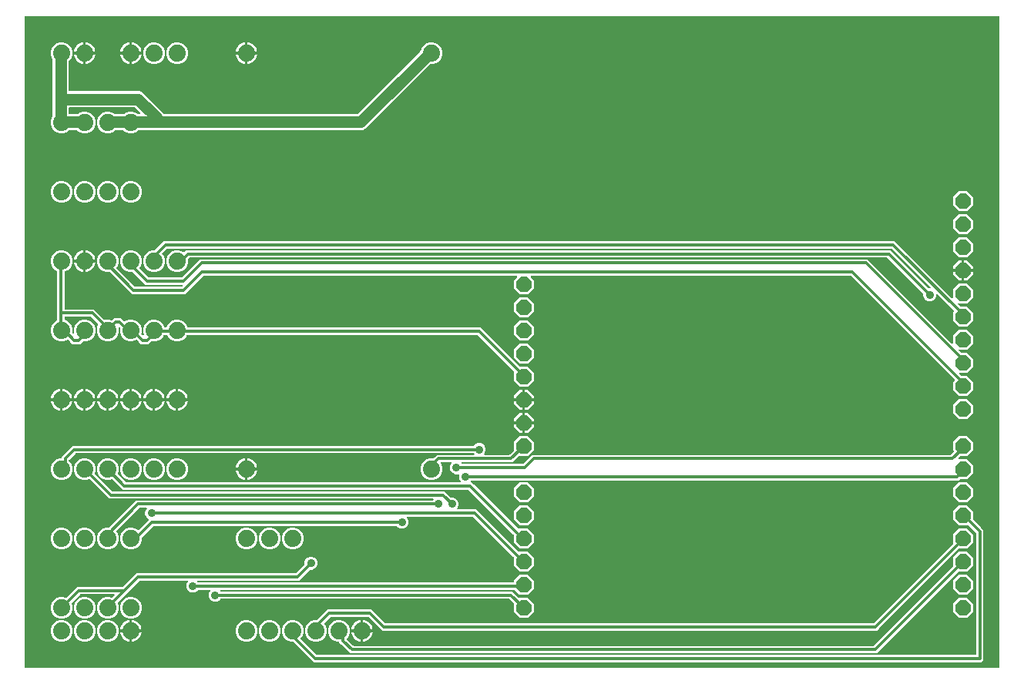
<source format=gbr>
G04 EAGLE Gerber RS-274X export*
G75*
%MOMM*%
%FSLAX34Y34*%
%LPD*%
%INTop Copper*%
%IPPOS*%
%AMOC8*
5,1,8,0,0,1.08239X$1,22.5*%
G01*
%ADD10C,1.879600*%
%ADD11P,1.814519X8X292.500000*%
%ADD12C,0.304800*%
%ADD13C,1.270000*%
%ADD14C,0.914400*%

G36*
X1081098Y10164D02*
X1081098Y10164D01*
X1081117Y10162D01*
X1081219Y10184D01*
X1081321Y10200D01*
X1081338Y10210D01*
X1081358Y10214D01*
X1081447Y10267D01*
X1081538Y10316D01*
X1081552Y10330D01*
X1081569Y10340D01*
X1081636Y10419D01*
X1081708Y10494D01*
X1081716Y10512D01*
X1081729Y10527D01*
X1081768Y10623D01*
X1081811Y10717D01*
X1081813Y10737D01*
X1081821Y10755D01*
X1081839Y10922D01*
X1081839Y725678D01*
X1081836Y725698D01*
X1081838Y725717D01*
X1081816Y725819D01*
X1081800Y725921D01*
X1081790Y725938D01*
X1081786Y725958D01*
X1081733Y726047D01*
X1081684Y726138D01*
X1081670Y726152D01*
X1081660Y726169D01*
X1081581Y726236D01*
X1081506Y726308D01*
X1081488Y726316D01*
X1081473Y726329D01*
X1081377Y726368D01*
X1081283Y726411D01*
X1081263Y726413D01*
X1081245Y726421D01*
X1081078Y726439D01*
X10922Y726439D01*
X10902Y726436D01*
X10883Y726438D01*
X10781Y726416D01*
X10679Y726400D01*
X10662Y726390D01*
X10642Y726386D01*
X10553Y726333D01*
X10462Y726284D01*
X10448Y726270D01*
X10431Y726260D01*
X10364Y726181D01*
X10292Y726106D01*
X10284Y726088D01*
X10271Y726073D01*
X10232Y725977D01*
X10189Y725883D01*
X10187Y725863D01*
X10179Y725845D01*
X10161Y725678D01*
X10161Y10922D01*
X10164Y10902D01*
X10162Y10883D01*
X10184Y10781D01*
X10200Y10679D01*
X10210Y10662D01*
X10214Y10642D01*
X10267Y10553D01*
X10316Y10462D01*
X10330Y10448D01*
X10340Y10431D01*
X10419Y10364D01*
X10494Y10292D01*
X10512Y10284D01*
X10527Y10271D01*
X10623Y10232D01*
X10717Y10189D01*
X10737Y10187D01*
X10755Y10179D01*
X10922Y10161D01*
X1081078Y10161D01*
X1081098Y10164D01*
G37*
%LPC*%
G36*
X554276Y141477D02*
X554276Y141477D01*
X547877Y147876D01*
X547877Y156059D01*
X547863Y156149D01*
X547855Y156240D01*
X547843Y156270D01*
X547838Y156302D01*
X547795Y156382D01*
X547759Y156466D01*
X547733Y156498D01*
X547722Y156519D01*
X547699Y156541D01*
X547654Y156597D01*
X498539Y205712D01*
X498465Y205765D01*
X498396Y205825D01*
X498366Y205837D01*
X498340Y205856D01*
X498253Y205883D01*
X498168Y205917D01*
X498127Y205921D01*
X498104Y205928D01*
X498072Y205927D01*
X498001Y205935D01*
X118316Y205935D01*
X106891Y217361D01*
X106797Y217428D01*
X106702Y217499D01*
X106696Y217500D01*
X106691Y217504D01*
X106580Y217538D01*
X106469Y217575D01*
X106462Y217575D01*
X106456Y217576D01*
X106339Y217573D01*
X106223Y217572D01*
X106215Y217570D01*
X106210Y217570D01*
X106193Y217564D01*
X106061Y217526D01*
X103975Y216661D01*
X99225Y216661D01*
X94837Y218479D01*
X91479Y221837D01*
X89661Y226225D01*
X89661Y230975D01*
X91479Y235363D01*
X94837Y238721D01*
X99225Y240539D01*
X103975Y240539D01*
X108363Y238721D01*
X111721Y235363D01*
X113539Y230975D01*
X113539Y226225D01*
X112557Y223856D01*
X112531Y223742D01*
X112502Y223629D01*
X112503Y223622D01*
X112501Y223616D01*
X112512Y223500D01*
X112521Y223383D01*
X112524Y223378D01*
X112524Y223371D01*
X112572Y223264D01*
X112617Y223157D01*
X112622Y223151D01*
X112624Y223147D01*
X112637Y223133D01*
X112722Y223026D01*
X121461Y214288D01*
X121535Y214235D01*
X121604Y214175D01*
X121634Y214163D01*
X121660Y214144D01*
X121747Y214117D01*
X121832Y214083D01*
X121873Y214079D01*
X121896Y214072D01*
X121928Y214073D01*
X121999Y214065D01*
X489039Y214065D01*
X489109Y214076D01*
X489181Y214078D01*
X489230Y214096D01*
X489281Y214104D01*
X489345Y214138D01*
X489412Y214163D01*
X489453Y214195D01*
X489499Y214220D01*
X489548Y214272D01*
X489604Y214316D01*
X489632Y214360D01*
X489668Y214398D01*
X489698Y214463D01*
X489737Y214523D01*
X489750Y214574D01*
X489772Y214621D01*
X489780Y214692D01*
X489797Y214762D01*
X489793Y214814D01*
X489799Y214865D01*
X489784Y214936D01*
X489778Y215007D01*
X489758Y215055D01*
X489747Y215106D01*
X489710Y215167D01*
X489682Y215233D01*
X489637Y215289D01*
X489620Y215317D01*
X489603Y215332D01*
X489577Y215364D01*
X488970Y215971D01*
X487887Y218585D01*
X487887Y221415D01*
X488225Y222231D01*
X488242Y222300D01*
X488267Y222367D01*
X488269Y222419D01*
X488281Y222470D01*
X488275Y222541D01*
X488278Y222613D01*
X488263Y222663D01*
X488258Y222715D01*
X488229Y222780D01*
X488209Y222849D01*
X488179Y222892D01*
X488158Y222940D01*
X488110Y222992D01*
X488069Y223051D01*
X488027Y223082D01*
X487992Y223121D01*
X487929Y223155D01*
X487871Y223198D01*
X487822Y223214D01*
X487776Y223239D01*
X487706Y223252D01*
X487638Y223274D01*
X487586Y223274D01*
X487534Y223283D01*
X487463Y223273D01*
X487392Y223272D01*
X487323Y223252D01*
X487291Y223247D01*
X487270Y223237D01*
X487231Y223225D01*
X486415Y222887D01*
X483585Y222887D01*
X480971Y223970D01*
X478970Y225971D01*
X477887Y228585D01*
X477887Y231415D01*
X478970Y234029D01*
X479577Y234636D01*
X479619Y234694D01*
X479668Y234746D01*
X479690Y234793D01*
X479720Y234835D01*
X479741Y234904D01*
X479772Y234969D01*
X479777Y235021D01*
X479793Y235071D01*
X479791Y235142D01*
X479799Y235213D01*
X479788Y235264D01*
X479786Y235316D01*
X479762Y235384D01*
X479747Y235454D01*
X479720Y235499D01*
X479702Y235547D01*
X479657Y235603D01*
X479620Y235665D01*
X479581Y235699D01*
X479548Y235739D01*
X479488Y235778D01*
X479433Y235825D01*
X479385Y235844D01*
X479341Y235872D01*
X479272Y235890D01*
X479205Y235917D01*
X479134Y235925D01*
X479103Y235933D01*
X479079Y235931D01*
X479039Y235935D01*
X468223Y235935D01*
X468178Y235928D01*
X468132Y235930D01*
X468057Y235908D01*
X467981Y235896D01*
X467940Y235874D01*
X467896Y235861D01*
X467832Y235817D01*
X467763Y235780D01*
X467732Y235747D01*
X467694Y235721D01*
X467647Y235658D01*
X467594Y235602D01*
X467574Y235560D01*
X467547Y235524D01*
X467523Y235450D01*
X467490Y235379D01*
X467485Y235333D01*
X467471Y235290D01*
X467472Y235212D01*
X467463Y235135D01*
X467473Y235090D01*
X467473Y235044D01*
X467511Y234912D01*
X467515Y234894D01*
X467518Y234890D01*
X467520Y234883D01*
X469139Y230975D01*
X469139Y226225D01*
X467321Y221837D01*
X463963Y218479D01*
X459575Y216661D01*
X454825Y216661D01*
X450437Y218479D01*
X447079Y221837D01*
X445261Y226225D01*
X445261Y230975D01*
X447079Y235363D01*
X450437Y238721D01*
X454825Y240539D01*
X459475Y240539D01*
X459565Y240553D01*
X459656Y240561D01*
X459686Y240573D01*
X459718Y240578D01*
X459798Y240621D01*
X459882Y240657D01*
X459914Y240683D01*
X459935Y240694D01*
X459957Y240717D01*
X460013Y240762D01*
X460712Y241461D01*
X463316Y244065D01*
X504039Y244065D01*
X504109Y244076D01*
X504181Y244078D01*
X504230Y244096D01*
X504281Y244104D01*
X504345Y244138D01*
X504412Y244163D01*
X504453Y244195D01*
X504499Y244220D01*
X504548Y244271D01*
X504604Y244316D01*
X504632Y244360D01*
X504668Y244398D01*
X504698Y244463D01*
X504737Y244523D01*
X504750Y244574D01*
X504772Y244621D01*
X504780Y244692D01*
X504797Y244762D01*
X504793Y244814D01*
X504799Y244865D01*
X504784Y244936D01*
X504778Y245007D01*
X504758Y245055D01*
X504747Y245106D01*
X504710Y245167D01*
X504682Y245233D01*
X504637Y245289D01*
X504620Y245317D01*
X504603Y245332D01*
X504577Y245364D01*
X504229Y245712D01*
X504155Y245765D01*
X504085Y245825D01*
X504055Y245837D01*
X504029Y245856D01*
X503942Y245883D01*
X503857Y245917D01*
X503816Y245921D01*
X503794Y245928D01*
X503762Y245927D01*
X503690Y245935D01*
X66999Y245935D01*
X66909Y245921D01*
X66818Y245913D01*
X66788Y245901D01*
X66756Y245896D01*
X66676Y245853D01*
X66592Y245817D01*
X66560Y245791D01*
X66539Y245780D01*
X66517Y245757D01*
X66461Y245712D01*
X59288Y238539D01*
X59235Y238465D01*
X59175Y238396D01*
X59163Y238366D01*
X59144Y238340D01*
X59117Y238253D01*
X59083Y238168D01*
X59079Y238127D01*
X59072Y238104D01*
X59073Y238072D01*
X59065Y238001D01*
X59065Y237534D01*
X59079Y237444D01*
X59087Y237353D01*
X59099Y237324D01*
X59104Y237292D01*
X59147Y237211D01*
X59183Y237127D01*
X59209Y237095D01*
X59220Y237074D01*
X59243Y237052D01*
X59288Y236996D01*
X60921Y235363D01*
X62739Y230975D01*
X62739Y226225D01*
X60921Y221837D01*
X57563Y218479D01*
X53175Y216661D01*
X48425Y216661D01*
X44037Y218479D01*
X40679Y221837D01*
X38861Y226225D01*
X38861Y230975D01*
X40679Y235363D01*
X44037Y238721D01*
X48425Y240539D01*
X50174Y240539D01*
X50194Y240542D01*
X50213Y240540D01*
X50315Y240562D01*
X50417Y240578D01*
X50434Y240588D01*
X50454Y240592D01*
X50543Y240645D01*
X50634Y240694D01*
X50648Y240708D01*
X50665Y240718D01*
X50732Y240797D01*
X50804Y240872D01*
X50812Y240890D01*
X50825Y240905D01*
X50864Y241001D01*
X50907Y241095D01*
X50909Y241115D01*
X50917Y241133D01*
X50935Y241300D01*
X50935Y241684D01*
X63316Y254065D01*
X503690Y254065D01*
X503781Y254079D01*
X503871Y254087D01*
X503901Y254099D01*
X503933Y254104D01*
X504014Y254147D01*
X504098Y254183D01*
X504130Y254209D01*
X504151Y254220D01*
X504173Y254243D01*
X504229Y254288D01*
X505971Y256030D01*
X508585Y257113D01*
X511415Y257113D01*
X514029Y256030D01*
X516030Y254029D01*
X517113Y251415D01*
X517113Y248585D01*
X516030Y245971D01*
X515423Y245364D01*
X515381Y245306D01*
X515332Y245254D01*
X515310Y245207D01*
X515280Y245165D01*
X515259Y245096D01*
X515228Y245031D01*
X515223Y244979D01*
X515207Y244929D01*
X515209Y244858D01*
X515201Y244787D01*
X515212Y244736D01*
X515214Y244684D01*
X515238Y244616D01*
X515253Y244546D01*
X515280Y244501D01*
X515298Y244453D01*
X515343Y244397D01*
X515380Y244335D01*
X515419Y244301D01*
X515452Y244261D01*
X515512Y244222D01*
X515567Y244175D01*
X515615Y244156D01*
X515659Y244128D01*
X515728Y244110D01*
X515795Y244083D01*
X515866Y244075D01*
X515897Y244067D01*
X515921Y244069D01*
X515961Y244065D01*
X543001Y244065D01*
X543091Y244079D01*
X543182Y244087D01*
X543212Y244099D01*
X543244Y244104D01*
X543324Y244147D01*
X543408Y244183D01*
X543440Y244209D01*
X543461Y244220D01*
X543483Y244243D01*
X543539Y244288D01*
X547764Y248512D01*
X547776Y248529D01*
X547791Y248541D01*
X547847Y248628D01*
X547908Y248712D01*
X547913Y248731D01*
X547924Y248748D01*
X547949Y248848D01*
X547980Y248947D01*
X547979Y248967D01*
X547984Y248987D01*
X547976Y249090D01*
X547974Y249193D01*
X547967Y249212D01*
X547965Y249232D01*
X547925Y249327D01*
X547889Y249424D01*
X547877Y249439D01*
X547877Y258524D01*
X554276Y264923D01*
X563324Y264923D01*
X569723Y258524D01*
X569723Y249476D01*
X563324Y243077D01*
X554141Y243077D01*
X554051Y243063D01*
X553960Y243055D01*
X553930Y243043D01*
X553898Y243038D01*
X553818Y242995D01*
X553734Y242959D01*
X553702Y242933D01*
X553681Y242922D01*
X553659Y242899D01*
X553603Y242854D01*
X546684Y235935D01*
X490961Y235935D01*
X490891Y235924D01*
X490819Y235922D01*
X490770Y235904D01*
X490719Y235896D01*
X490655Y235862D01*
X490588Y235837D01*
X490547Y235805D01*
X490501Y235780D01*
X490452Y235729D01*
X490396Y235684D01*
X490368Y235640D01*
X490332Y235602D01*
X490302Y235537D01*
X490263Y235477D01*
X490250Y235426D01*
X490228Y235379D01*
X490220Y235308D01*
X490203Y235238D01*
X490207Y235186D01*
X490201Y235135D01*
X490216Y235064D01*
X490222Y234993D01*
X490242Y234945D01*
X490253Y234894D01*
X490290Y234833D01*
X490318Y234767D01*
X490363Y234711D01*
X490380Y234683D01*
X490397Y234668D01*
X490423Y234636D01*
X490771Y234288D01*
X490845Y234235D01*
X490915Y234175D01*
X490945Y234163D01*
X490971Y234144D01*
X491058Y234117D01*
X491143Y234083D01*
X491184Y234079D01*
X491206Y234072D01*
X491238Y234073D01*
X491310Y234065D01*
X558001Y234065D01*
X558091Y234079D01*
X558182Y234087D01*
X558212Y234099D01*
X558244Y234104D01*
X558324Y234147D01*
X558408Y234183D01*
X558440Y234209D01*
X558461Y234220D01*
X558483Y234243D01*
X558539Y234288D01*
X568316Y244065D01*
X1028001Y244065D01*
X1028091Y244079D01*
X1028182Y244087D01*
X1028212Y244099D01*
X1028244Y244104D01*
X1028324Y244147D01*
X1028408Y244183D01*
X1028441Y244209D01*
X1028461Y244220D01*
X1028483Y244243D01*
X1028539Y244288D01*
X1031564Y247312D01*
X1031576Y247329D01*
X1031591Y247341D01*
X1031647Y247428D01*
X1031708Y247512D01*
X1031713Y247531D01*
X1031724Y247548D01*
X1031749Y247648D01*
X1031780Y247747D01*
X1031779Y247767D01*
X1031784Y247786D01*
X1031776Y247889D01*
X1031774Y247993D01*
X1031767Y248012D01*
X1031765Y248032D01*
X1031725Y248126D01*
X1031689Y248224D01*
X1031677Y248240D01*
X1031669Y248258D01*
X1031564Y248389D01*
X1030477Y249476D01*
X1030477Y258524D01*
X1036876Y264923D01*
X1045924Y264923D01*
X1052323Y258524D01*
X1052323Y249476D01*
X1045924Y243077D01*
X1039141Y243077D01*
X1039051Y243063D01*
X1038960Y243055D01*
X1038930Y243043D01*
X1038898Y243038D01*
X1038818Y242995D01*
X1038734Y242959D01*
X1038701Y242933D01*
X1038681Y242922D01*
X1038659Y242899D01*
X1038603Y242854D01*
X1036571Y240822D01*
X1036529Y240764D01*
X1036479Y240712D01*
X1036457Y240665D01*
X1036427Y240623D01*
X1036406Y240554D01*
X1036376Y240489D01*
X1036370Y240437D01*
X1036355Y240387D01*
X1036357Y240316D01*
X1036349Y240245D01*
X1036360Y240194D01*
X1036361Y240142D01*
X1036386Y240074D01*
X1036401Y240004D01*
X1036428Y239959D01*
X1036446Y239911D01*
X1036490Y239855D01*
X1036527Y239793D01*
X1036567Y239759D01*
X1036599Y239719D01*
X1036660Y239680D01*
X1036714Y239633D01*
X1036762Y239614D01*
X1036806Y239586D01*
X1036876Y239568D01*
X1036942Y239541D01*
X1037014Y239533D01*
X1037045Y239525D01*
X1037068Y239527D01*
X1037109Y239523D01*
X1045924Y239523D01*
X1052323Y233124D01*
X1052323Y224076D01*
X1045924Y217677D01*
X1038741Y217677D01*
X1038651Y217663D01*
X1038560Y217655D01*
X1038530Y217643D01*
X1038498Y217638D01*
X1038418Y217595D01*
X1038334Y217559D01*
X1038301Y217533D01*
X1038281Y217522D01*
X1038259Y217499D01*
X1038203Y217454D01*
X1036684Y215935D01*
X501310Y215935D01*
X501220Y215921D01*
X501129Y215913D01*
X501099Y215901D01*
X501067Y215896D01*
X500986Y215853D01*
X500902Y215817D01*
X500870Y215791D01*
X500849Y215780D01*
X500827Y215757D01*
X500771Y215712D01*
X500423Y215364D01*
X500381Y215306D01*
X500332Y215254D01*
X500310Y215207D01*
X500280Y215165D01*
X500259Y215096D01*
X500228Y215031D01*
X500223Y214979D01*
X500207Y214929D01*
X500209Y214858D01*
X500201Y214787D01*
X500212Y214736D01*
X500214Y214684D01*
X500238Y214616D01*
X500253Y214546D01*
X500280Y214501D01*
X500298Y214453D01*
X500343Y214397D01*
X500380Y214335D01*
X500419Y214301D01*
X500452Y214261D01*
X500512Y214222D01*
X500567Y214175D01*
X500615Y214156D01*
X500659Y214128D01*
X500728Y214110D01*
X500795Y214083D01*
X500866Y214075D01*
X500897Y214067D01*
X500921Y214069D01*
X500961Y214065D01*
X501684Y214065D01*
X504288Y211461D01*
X552812Y162936D01*
X552829Y162924D01*
X552841Y162909D01*
X552928Y162853D01*
X553012Y162792D01*
X553031Y162787D01*
X553048Y162776D01*
X553148Y162751D01*
X553247Y162720D01*
X553267Y162721D01*
X553286Y162716D01*
X553389Y162724D01*
X553493Y162726D01*
X553512Y162733D01*
X553532Y162735D01*
X553626Y162775D01*
X553724Y162811D01*
X553740Y162823D01*
X553758Y162831D01*
X553889Y162936D01*
X554276Y163323D01*
X563324Y163323D01*
X569723Y156924D01*
X569723Y147876D01*
X563324Y141477D01*
X554276Y141477D01*
G37*
%LPD*%
%LPC*%
G36*
X1036876Y309117D02*
X1036876Y309117D01*
X1030477Y315516D01*
X1030477Y324564D01*
X1032044Y326131D01*
X1032056Y326147D01*
X1032071Y326160D01*
X1032127Y326247D01*
X1032188Y326331D01*
X1032193Y326350D01*
X1032204Y326367D01*
X1032229Y326467D01*
X1032260Y326566D01*
X1032259Y326586D01*
X1032264Y326605D01*
X1032256Y326708D01*
X1032254Y326812D01*
X1032247Y326831D01*
X1032245Y326850D01*
X1032205Y326945D01*
X1032169Y327043D01*
X1032157Y327058D01*
X1032149Y327077D01*
X1032044Y327208D01*
X918539Y440712D01*
X918465Y440765D01*
X918396Y440825D01*
X918366Y440837D01*
X918340Y440856D01*
X918253Y440883D01*
X918168Y440917D01*
X918127Y440921D01*
X918105Y440928D01*
X918072Y440927D01*
X918001Y440935D01*
X566950Y440935D01*
X566879Y440924D01*
X566807Y440922D01*
X566758Y440904D01*
X566707Y440896D01*
X566644Y440862D01*
X566576Y440837D01*
X566536Y440805D01*
X566489Y440780D01*
X566440Y440728D01*
X566384Y440684D01*
X566356Y440640D01*
X566320Y440602D01*
X566290Y440537D01*
X566251Y440477D01*
X566238Y440426D01*
X566216Y440379D01*
X566209Y440308D01*
X566191Y440238D01*
X566195Y440186D01*
X566189Y440135D01*
X566205Y440064D01*
X566210Y439993D01*
X566231Y439945D01*
X566242Y439894D01*
X566278Y439833D01*
X566307Y439767D01*
X566351Y439711D01*
X566368Y439683D01*
X566386Y439668D01*
X566411Y439636D01*
X569723Y436324D01*
X569723Y427276D01*
X563324Y420877D01*
X554276Y420877D01*
X547877Y427276D01*
X547877Y436324D01*
X551189Y439636D01*
X551231Y439694D01*
X551280Y439746D01*
X551302Y439793D01*
X551332Y439835D01*
X551353Y439904D01*
X551384Y439969D01*
X551389Y440021D01*
X551405Y440071D01*
X551403Y440142D01*
X551411Y440213D01*
X551400Y440264D01*
X551398Y440316D01*
X551374Y440384D01*
X551358Y440454D01*
X551332Y440499D01*
X551314Y440547D01*
X551269Y440603D01*
X551232Y440665D01*
X551193Y440699D01*
X551160Y440739D01*
X551100Y440778D01*
X551045Y440825D01*
X550997Y440844D01*
X550953Y440872D01*
X550884Y440890D01*
X550817Y440917D01*
X550746Y440925D01*
X550715Y440933D01*
X550691Y440931D01*
X550650Y440935D01*
X206999Y440935D01*
X206909Y440921D01*
X206818Y440913D01*
X206788Y440901D01*
X206756Y440896D01*
X206676Y440853D01*
X206592Y440817D01*
X206560Y440791D01*
X206539Y440780D01*
X206517Y440757D01*
X206461Y440712D01*
X186684Y420935D01*
X128316Y420935D01*
X104213Y445038D01*
X104139Y445091D01*
X104070Y445151D01*
X104040Y445163D01*
X104014Y445182D01*
X103927Y445209D01*
X103842Y445243D01*
X103801Y445247D01*
X103779Y445254D01*
X103746Y445253D01*
X103675Y445261D01*
X99225Y445261D01*
X94837Y447079D01*
X91479Y450437D01*
X89661Y454825D01*
X89661Y459575D01*
X91479Y463963D01*
X94837Y467321D01*
X99225Y469139D01*
X103975Y469139D01*
X108363Y467321D01*
X111721Y463963D01*
X113539Y459575D01*
X113539Y454825D01*
X111721Y450437D01*
X111554Y450271D01*
X111543Y450254D01*
X111527Y450242D01*
X111471Y450155D01*
X111411Y450071D01*
X111405Y450052D01*
X111394Y450035D01*
X111369Y449935D01*
X111339Y449836D01*
X111339Y449816D01*
X111334Y449796D01*
X111342Y449693D01*
X111345Y449590D01*
X111352Y449571D01*
X111353Y449551D01*
X111394Y449456D01*
X111429Y449359D01*
X111442Y449343D01*
X111450Y449325D01*
X111554Y449194D01*
X131461Y429288D01*
X131535Y429235D01*
X131604Y429175D01*
X131634Y429163D01*
X131660Y429144D01*
X131747Y429117D01*
X131832Y429083D01*
X131873Y429079D01*
X131896Y429072D01*
X131928Y429073D01*
X131999Y429065D01*
X183001Y429065D01*
X183091Y429079D01*
X183182Y429087D01*
X183212Y429099D01*
X183244Y429104D01*
X183324Y429147D01*
X183408Y429183D01*
X183440Y429209D01*
X183461Y429220D01*
X183483Y429243D01*
X183539Y429288D01*
X183887Y429636D01*
X183929Y429694D01*
X183979Y429746D01*
X184001Y429793D01*
X184031Y429835D01*
X184052Y429904D01*
X184082Y429969D01*
X184088Y430021D01*
X184103Y430071D01*
X184101Y430142D01*
X184109Y430213D01*
X184098Y430264D01*
X184097Y430316D01*
X184072Y430384D01*
X184057Y430454D01*
X184030Y430499D01*
X184012Y430547D01*
X183968Y430603D01*
X183931Y430665D01*
X183891Y430699D01*
X183859Y430739D01*
X183799Y430778D01*
X183744Y430825D01*
X183696Y430844D01*
X183652Y430872D01*
X183582Y430890D01*
X183516Y430917D01*
X183444Y430925D01*
X183413Y430933D01*
X183390Y430931D01*
X183349Y430935D01*
X143316Y430935D01*
X129213Y445038D01*
X129139Y445091D01*
X129070Y445151D01*
X129040Y445163D01*
X129014Y445182D01*
X128927Y445209D01*
X128842Y445243D01*
X128801Y445247D01*
X128779Y445254D01*
X128746Y445253D01*
X128675Y445261D01*
X124625Y445261D01*
X120237Y447079D01*
X116879Y450437D01*
X115061Y454825D01*
X115061Y459575D01*
X116879Y463963D01*
X120237Y467321D01*
X124625Y469139D01*
X129375Y469139D01*
X133763Y467321D01*
X137121Y463963D01*
X138939Y459575D01*
X138939Y454825D01*
X137121Y450437D01*
X136754Y450071D01*
X136743Y450054D01*
X136727Y450042D01*
X136671Y449955D01*
X136611Y449871D01*
X136605Y449852D01*
X136594Y449835D01*
X136569Y449735D01*
X136539Y449636D01*
X136539Y449616D01*
X136534Y449596D01*
X136542Y449493D01*
X136545Y449390D01*
X136552Y449371D01*
X136553Y449351D01*
X136594Y449256D01*
X136629Y449159D01*
X136642Y449143D01*
X136650Y449125D01*
X136754Y448994D01*
X146461Y439288D01*
X146535Y439235D01*
X146604Y439175D01*
X146634Y439163D01*
X146660Y439144D01*
X146747Y439117D01*
X146832Y439083D01*
X146873Y439079D01*
X146896Y439072D01*
X146928Y439073D01*
X146999Y439065D01*
X183001Y439065D01*
X183091Y439079D01*
X183182Y439087D01*
X183212Y439099D01*
X183244Y439104D01*
X183324Y439147D01*
X183408Y439183D01*
X183440Y439209D01*
X183461Y439220D01*
X183483Y439243D01*
X183539Y439288D01*
X203316Y459065D01*
X936684Y459065D01*
X939288Y456461D01*
X1029178Y366571D01*
X1029236Y366529D01*
X1029288Y366479D01*
X1029335Y366457D01*
X1029377Y366427D01*
X1029446Y366406D01*
X1029511Y366376D01*
X1029563Y366370D01*
X1029613Y366355D01*
X1029684Y366357D01*
X1029755Y366349D01*
X1029806Y366360D01*
X1029858Y366361D01*
X1029926Y366386D01*
X1029996Y366401D01*
X1030040Y366428D01*
X1030089Y366446D01*
X1030145Y366490D01*
X1030207Y366527D01*
X1030241Y366567D01*
X1030281Y366599D01*
X1030320Y366660D01*
X1030367Y366714D01*
X1030386Y366762D01*
X1030414Y366806D01*
X1030432Y366876D01*
X1030459Y366942D01*
X1030467Y367014D01*
X1030475Y367045D01*
X1030473Y367068D01*
X1030477Y367109D01*
X1030477Y375364D01*
X1036876Y381763D01*
X1045924Y381763D01*
X1052323Y375364D01*
X1052323Y366316D01*
X1045924Y359917D01*
X1037669Y359917D01*
X1037598Y359906D01*
X1037526Y359904D01*
X1037477Y359886D01*
X1037426Y359878D01*
X1037363Y359844D01*
X1037295Y359819D01*
X1037255Y359787D01*
X1037209Y359762D01*
X1037159Y359711D01*
X1037103Y359666D01*
X1037075Y359622D01*
X1037039Y359584D01*
X1037009Y359519D01*
X1036970Y359459D01*
X1036958Y359408D01*
X1036936Y359361D01*
X1036928Y359290D01*
X1036910Y359220D01*
X1036914Y359168D01*
X1036909Y359117D01*
X1036924Y359046D01*
X1036930Y358975D01*
X1036950Y358927D01*
X1036961Y358876D01*
X1036998Y358815D01*
X1037026Y358749D01*
X1037071Y358693D01*
X1037087Y358665D01*
X1037105Y358650D01*
X1037131Y358618D01*
X1039163Y356586D01*
X1039237Y356533D01*
X1039306Y356473D01*
X1039336Y356461D01*
X1039362Y356442D01*
X1039449Y356415D01*
X1039534Y356381D01*
X1039575Y356377D01*
X1039597Y356370D01*
X1039630Y356371D01*
X1039701Y356363D01*
X1045924Y356363D01*
X1052323Y349964D01*
X1052323Y340916D01*
X1045924Y334517D01*
X1038069Y334517D01*
X1037998Y334506D01*
X1037926Y334504D01*
X1037877Y334486D01*
X1037826Y334478D01*
X1037763Y334444D01*
X1037695Y334419D01*
X1037655Y334387D01*
X1037609Y334362D01*
X1037559Y334311D01*
X1037503Y334266D01*
X1037475Y334222D01*
X1037439Y334184D01*
X1037409Y334119D01*
X1037370Y334059D01*
X1037358Y334008D01*
X1037336Y333961D01*
X1037328Y333890D01*
X1037310Y333820D01*
X1037314Y333768D01*
X1037309Y333717D01*
X1037324Y333646D01*
X1037330Y333575D01*
X1037350Y333527D01*
X1037361Y333476D01*
X1037398Y333415D01*
X1037426Y333349D01*
X1037471Y333293D01*
X1037487Y333265D01*
X1037505Y333250D01*
X1037531Y333218D01*
X1039563Y331186D01*
X1039637Y331133D01*
X1039706Y331073D01*
X1039736Y331061D01*
X1039762Y331042D01*
X1039849Y331015D01*
X1039934Y330981D01*
X1039975Y330977D01*
X1039997Y330970D01*
X1040030Y330971D01*
X1040101Y330963D01*
X1045924Y330963D01*
X1052323Y324564D01*
X1052323Y315516D01*
X1045924Y309117D01*
X1036876Y309117D01*
G37*
%LPD*%
%LPC*%
G36*
X1036876Y385317D02*
X1036876Y385317D01*
X1030477Y391716D01*
X1030477Y400764D01*
X1031444Y401731D01*
X1031456Y401747D01*
X1031471Y401760D01*
X1031527Y401847D01*
X1031588Y401931D01*
X1031593Y401950D01*
X1031604Y401967D01*
X1031629Y402067D01*
X1031660Y402166D01*
X1031659Y402186D01*
X1031664Y402205D01*
X1031656Y402308D01*
X1031654Y402412D01*
X1031647Y402431D01*
X1031645Y402450D01*
X1031605Y402545D01*
X1031569Y402643D01*
X1031557Y402658D01*
X1031549Y402677D01*
X1031444Y402808D01*
X1013412Y420839D01*
X1013354Y420881D01*
X1013302Y420931D01*
X1013255Y420953D01*
X1013213Y420983D01*
X1013144Y421004D01*
X1013079Y421034D01*
X1013027Y421040D01*
X1012977Y421055D01*
X1012906Y421053D01*
X1012835Y421061D01*
X1012784Y421050D01*
X1012732Y421049D01*
X1012664Y421024D01*
X1012594Y421009D01*
X1012549Y420982D01*
X1012501Y420964D01*
X1012445Y420920D01*
X1012383Y420883D01*
X1012349Y420843D01*
X1012309Y420811D01*
X1012270Y420750D01*
X1012223Y420696D01*
X1012204Y420648D01*
X1012176Y420604D01*
X1012158Y420534D01*
X1012131Y420468D01*
X1012123Y420396D01*
X1012115Y420365D01*
X1012117Y420342D01*
X1012113Y420301D01*
X1012113Y418585D01*
X1011030Y415971D01*
X1009029Y413970D01*
X1006415Y412887D01*
X1003585Y412887D01*
X1000971Y413970D01*
X998970Y415971D01*
X997887Y418585D01*
X997887Y421049D01*
X997873Y421139D01*
X997865Y421230D01*
X997853Y421260D01*
X997848Y421292D01*
X997805Y421372D01*
X997769Y421456D01*
X997743Y421488D01*
X997732Y421509D01*
X997709Y421531D01*
X997664Y421587D01*
X958539Y460712D01*
X958465Y460765D01*
X958396Y460825D01*
X958366Y460837D01*
X958340Y460856D01*
X958253Y460883D01*
X958168Y460917D01*
X958127Y460921D01*
X958104Y460928D01*
X958072Y460927D01*
X958001Y460935D01*
X191999Y460935D01*
X191909Y460921D01*
X191818Y460913D01*
X191788Y460901D01*
X191756Y460896D01*
X191676Y460853D01*
X191592Y460817D01*
X191560Y460791D01*
X191539Y460780D01*
X191517Y460757D01*
X191461Y460712D01*
X189962Y459213D01*
X189909Y459139D01*
X189849Y459070D01*
X189837Y459040D01*
X189818Y459014D01*
X189791Y458927D01*
X189757Y458842D01*
X189753Y458801D01*
X189746Y458778D01*
X189747Y458746D01*
X189739Y458675D01*
X189739Y454825D01*
X187921Y450437D01*
X184563Y447079D01*
X180175Y445261D01*
X175425Y445261D01*
X171037Y447079D01*
X167679Y450437D01*
X165861Y454825D01*
X165861Y459575D01*
X167679Y463963D01*
X171037Y467321D01*
X175425Y469139D01*
X180175Y469139D01*
X184563Y467321D01*
X185029Y466854D01*
X185046Y466843D01*
X185058Y466827D01*
X185145Y466771D01*
X185229Y466711D01*
X185248Y466705D01*
X185265Y466694D01*
X185365Y466669D01*
X185464Y466639D01*
X185484Y466639D01*
X185504Y466634D01*
X185607Y466642D01*
X185710Y466645D01*
X185729Y466652D01*
X185749Y466653D01*
X185844Y466694D01*
X185941Y466729D01*
X185957Y466742D01*
X185975Y466750D01*
X186106Y466854D01*
X188316Y469065D01*
X961684Y469065D01*
X964288Y466461D01*
X1003413Y427336D01*
X1003487Y427283D01*
X1003556Y427223D01*
X1003586Y427211D01*
X1003612Y427192D01*
X1003699Y427165D01*
X1003784Y427131D01*
X1003825Y427127D01*
X1003847Y427120D01*
X1003880Y427121D01*
X1003951Y427113D01*
X1005301Y427113D01*
X1005372Y427124D01*
X1005444Y427126D01*
X1005492Y427144D01*
X1005544Y427152D01*
X1005607Y427186D01*
X1005675Y427211D01*
X1005715Y427243D01*
X1005761Y427268D01*
X1005811Y427320D01*
X1005867Y427364D01*
X1005895Y427408D01*
X1005931Y427446D01*
X1005961Y427511D01*
X1006000Y427571D01*
X1006012Y427622D01*
X1006034Y427669D01*
X1006042Y427740D01*
X1006060Y427810D01*
X1006056Y427862D01*
X1006061Y427913D01*
X1006046Y427984D01*
X1006040Y428055D01*
X1006020Y428103D01*
X1006009Y428154D01*
X1005972Y428215D01*
X1005944Y428281D01*
X1005899Y428337D01*
X1005883Y428365D01*
X1005865Y428380D01*
X1005839Y428412D01*
X963539Y470712D01*
X963465Y470765D01*
X963396Y470825D01*
X963366Y470837D01*
X963340Y470856D01*
X963253Y470883D01*
X963168Y470917D01*
X963127Y470921D01*
X963104Y470928D01*
X963072Y470927D01*
X963001Y470935D01*
X166999Y470935D01*
X166909Y470921D01*
X166818Y470913D01*
X166788Y470901D01*
X166756Y470896D01*
X166676Y470853D01*
X166592Y470817D01*
X166560Y470791D01*
X166539Y470780D01*
X166517Y470757D01*
X166461Y470712D01*
X161654Y465906D01*
X161643Y465890D01*
X161627Y465877D01*
X161597Y465830D01*
X161584Y465816D01*
X161573Y465792D01*
X161571Y465790D01*
X161511Y465706D01*
X161505Y465687D01*
X161494Y465670D01*
X161469Y465570D01*
X161439Y465471D01*
X161439Y465451D01*
X161434Y465432D01*
X161442Y465329D01*
X161445Y465225D01*
X161452Y465207D01*
X161453Y465187D01*
X161494Y465092D01*
X161529Y464994D01*
X161542Y464979D01*
X161550Y464960D01*
X161654Y464829D01*
X162521Y463963D01*
X164339Y459575D01*
X164339Y454825D01*
X162521Y450437D01*
X159163Y447079D01*
X154775Y445261D01*
X150025Y445261D01*
X145637Y447079D01*
X142279Y450437D01*
X140461Y454825D01*
X140461Y459575D01*
X142279Y463963D01*
X145637Y467321D01*
X150025Y469139D01*
X153075Y469139D01*
X153165Y469153D01*
X153256Y469161D01*
X153286Y469173D01*
X153318Y469178D01*
X153398Y469221D01*
X153482Y469257D01*
X153514Y469283D01*
X153535Y469294D01*
X153557Y469317D01*
X153613Y469362D01*
X163316Y479065D01*
X966684Y479065D01*
X969288Y476461D01*
X1029178Y416571D01*
X1029236Y416529D01*
X1029288Y416479D01*
X1029335Y416457D01*
X1029377Y416427D01*
X1029446Y416406D01*
X1029511Y416376D01*
X1029563Y416370D01*
X1029613Y416355D01*
X1029684Y416357D01*
X1029755Y416349D01*
X1029806Y416360D01*
X1029858Y416361D01*
X1029926Y416386D01*
X1029996Y416401D01*
X1030041Y416428D01*
X1030089Y416446D01*
X1030145Y416490D01*
X1030207Y416527D01*
X1030241Y416567D01*
X1030281Y416599D01*
X1030320Y416660D01*
X1030367Y416714D01*
X1030386Y416762D01*
X1030414Y416806D01*
X1030432Y416876D01*
X1030459Y416942D01*
X1030467Y417014D01*
X1030475Y417045D01*
X1030473Y417068D01*
X1030477Y417109D01*
X1030477Y426164D01*
X1036876Y432563D01*
X1045924Y432563D01*
X1052323Y426164D01*
X1052323Y417116D01*
X1045924Y410717D01*
X1036869Y410717D01*
X1036798Y410706D01*
X1036726Y410704D01*
X1036678Y410686D01*
X1036626Y410678D01*
X1036563Y410644D01*
X1036495Y410619D01*
X1036455Y410587D01*
X1036409Y410562D01*
X1036359Y410510D01*
X1036303Y410466D01*
X1036275Y410422D01*
X1036239Y410384D01*
X1036209Y410319D01*
X1036170Y410259D01*
X1036158Y410208D01*
X1036136Y410161D01*
X1036128Y410090D01*
X1036110Y410020D01*
X1036114Y409968D01*
X1036109Y409917D01*
X1036124Y409846D01*
X1036130Y409775D01*
X1036150Y409727D01*
X1036161Y409676D01*
X1036198Y409615D01*
X1036226Y409549D01*
X1036271Y409493D01*
X1036287Y409465D01*
X1036305Y409450D01*
X1036331Y409418D01*
X1038363Y407386D01*
X1038437Y407333D01*
X1038506Y407273D01*
X1038536Y407261D01*
X1038562Y407242D01*
X1038650Y407215D01*
X1038734Y407181D01*
X1038775Y407177D01*
X1038798Y407170D01*
X1038830Y407171D01*
X1038901Y407163D01*
X1045924Y407163D01*
X1052323Y400764D01*
X1052323Y391716D01*
X1045924Y385317D01*
X1036876Y385317D01*
G37*
%LPD*%
%LPC*%
G36*
X554276Y116077D02*
X554276Y116077D01*
X547877Y122476D01*
X547877Y131059D01*
X547863Y131149D01*
X547855Y131240D01*
X547843Y131270D01*
X547838Y131302D01*
X547795Y131382D01*
X547759Y131466D01*
X547733Y131498D01*
X547722Y131519D01*
X547699Y131541D01*
X547654Y131597D01*
X503539Y175712D01*
X503465Y175765D01*
X503396Y175825D01*
X503366Y175837D01*
X503340Y175856D01*
X503253Y175883D01*
X503168Y175917D01*
X503127Y175921D01*
X503104Y175928D01*
X503072Y175927D01*
X503001Y175935D01*
X430961Y175935D01*
X430891Y175924D01*
X430819Y175922D01*
X430770Y175904D01*
X430719Y175896D01*
X430655Y175862D01*
X430588Y175837D01*
X430547Y175805D01*
X430501Y175780D01*
X430452Y175728D01*
X430396Y175684D01*
X430368Y175640D01*
X430332Y175602D01*
X430302Y175537D01*
X430263Y175477D01*
X430250Y175426D01*
X430228Y175379D01*
X430220Y175308D01*
X430203Y175238D01*
X430207Y175186D01*
X430201Y175135D01*
X430216Y175064D01*
X430222Y174993D01*
X430242Y174945D01*
X430253Y174894D01*
X430290Y174833D01*
X430318Y174767D01*
X430363Y174711D01*
X430380Y174683D01*
X430397Y174668D01*
X430423Y174636D01*
X431030Y174029D01*
X432113Y171415D01*
X432113Y168585D01*
X431030Y165971D01*
X429029Y163970D01*
X426415Y162887D01*
X423585Y162887D01*
X420971Y163970D01*
X419229Y165712D01*
X419155Y165765D01*
X419085Y165825D01*
X419055Y165837D01*
X419029Y165856D01*
X418942Y165883D01*
X418857Y165917D01*
X418816Y165921D01*
X418794Y165928D01*
X418762Y165927D01*
X418690Y165935D01*
X151999Y165935D01*
X151909Y165921D01*
X151818Y165913D01*
X151788Y165901D01*
X151756Y165896D01*
X151676Y165853D01*
X151592Y165817D01*
X151560Y165791D01*
X151539Y165780D01*
X151517Y165757D01*
X151461Y165712D01*
X139162Y153413D01*
X139109Y153339D01*
X139049Y153270D01*
X139037Y153240D01*
X139018Y153214D01*
X138991Y153127D01*
X138957Y153042D01*
X138953Y153001D01*
X138946Y152978D01*
X138947Y152946D01*
X138939Y152875D01*
X138939Y150025D01*
X137121Y145637D01*
X133763Y142279D01*
X129375Y140461D01*
X124625Y140461D01*
X120237Y142279D01*
X116879Y145637D01*
X115061Y150025D01*
X115061Y154775D01*
X116879Y159163D01*
X120237Y162521D01*
X124625Y164339D01*
X129375Y164339D01*
X133763Y162521D01*
X134729Y161554D01*
X134746Y161543D01*
X134758Y161527D01*
X134845Y161471D01*
X134929Y161411D01*
X134948Y161405D01*
X134965Y161394D01*
X135065Y161369D01*
X135164Y161339D01*
X135184Y161339D01*
X135204Y161334D01*
X135307Y161342D01*
X135410Y161345D01*
X135429Y161352D01*
X135449Y161353D01*
X135544Y161394D01*
X135641Y161429D01*
X135657Y161442D01*
X135675Y161450D01*
X135806Y161554D01*
X146757Y172505D01*
X146784Y172543D01*
X146818Y172574D01*
X146855Y172642D01*
X146900Y172705D01*
X146914Y172749D01*
X146936Y172789D01*
X146950Y172866D01*
X146973Y172940D01*
X146972Y172986D01*
X146980Y173031D01*
X146968Y173108D01*
X146966Y173186D01*
X146951Y173229D01*
X146944Y173275D01*
X146909Y173344D01*
X146882Y173417D01*
X146853Y173453D01*
X146832Y173494D01*
X146777Y173548D01*
X146728Y173609D01*
X146690Y173634D01*
X146657Y173666D01*
X146537Y173732D01*
X146521Y173742D01*
X146516Y173743D01*
X146510Y173747D01*
X145971Y173970D01*
X143970Y175971D01*
X142887Y178585D01*
X142887Y181415D01*
X143970Y184029D01*
X144577Y184636D01*
X144619Y184694D01*
X144668Y184746D01*
X144690Y184793D01*
X144720Y184835D01*
X144741Y184904D01*
X144772Y184969D01*
X144777Y185021D01*
X144793Y185071D01*
X144791Y185142D01*
X144799Y185213D01*
X144788Y185264D01*
X144786Y185316D01*
X144762Y185384D01*
X144747Y185454D01*
X144720Y185499D01*
X144702Y185547D01*
X144657Y185603D01*
X144620Y185665D01*
X144581Y185699D01*
X144548Y185739D01*
X144488Y185778D01*
X144433Y185825D01*
X144385Y185844D01*
X144341Y185872D01*
X144272Y185890D01*
X144205Y185917D01*
X144134Y185925D01*
X144103Y185933D01*
X144079Y185931D01*
X144039Y185935D01*
X136999Y185935D01*
X136909Y185921D01*
X136818Y185913D01*
X136788Y185901D01*
X136756Y185896D01*
X136676Y185853D01*
X136592Y185817D01*
X136560Y185791D01*
X136539Y185780D01*
X136517Y185757D01*
X136461Y185712D01*
X111354Y160606D01*
X111343Y160590D01*
X111327Y160577D01*
X111271Y160490D01*
X111211Y160406D01*
X111205Y160387D01*
X111194Y160370D01*
X111169Y160270D01*
X111139Y160171D01*
X111139Y160151D01*
X111134Y160132D01*
X111142Y160029D01*
X111145Y159925D01*
X111152Y159907D01*
X111153Y159887D01*
X111194Y159792D01*
X111229Y159694D01*
X111242Y159679D01*
X111250Y159660D01*
X111354Y159529D01*
X111721Y159163D01*
X113539Y154775D01*
X113539Y150025D01*
X111721Y145637D01*
X108363Y142279D01*
X103975Y140461D01*
X99225Y140461D01*
X94837Y142279D01*
X91479Y145637D01*
X89661Y150025D01*
X89661Y154775D01*
X91479Y159163D01*
X94837Y162521D01*
X99225Y164339D01*
X103275Y164339D01*
X103365Y164353D01*
X103456Y164361D01*
X103486Y164373D01*
X103518Y164378D01*
X103598Y164421D01*
X103682Y164457D01*
X103714Y164483D01*
X103735Y164494D01*
X103757Y164517D01*
X103813Y164562D01*
X133316Y194065D01*
X458690Y194065D01*
X458780Y194079D01*
X458871Y194087D01*
X458901Y194099D01*
X458933Y194104D01*
X459014Y194147D01*
X459098Y194183D01*
X459130Y194209D01*
X459151Y194220D01*
X459173Y194243D01*
X459229Y194288D01*
X459577Y194636D01*
X459619Y194694D01*
X459668Y194746D01*
X459690Y194793D01*
X459720Y194835D01*
X459741Y194904D01*
X459772Y194969D01*
X459777Y195021D01*
X459793Y195071D01*
X459791Y195142D01*
X459799Y195213D01*
X459788Y195264D01*
X459786Y195316D01*
X459762Y195384D01*
X459747Y195454D01*
X459720Y195499D01*
X459702Y195547D01*
X459657Y195603D01*
X459620Y195665D01*
X459581Y195699D01*
X459548Y195739D01*
X459488Y195778D01*
X459433Y195825D01*
X459385Y195844D01*
X459341Y195872D01*
X459272Y195890D01*
X459205Y195917D01*
X459134Y195925D01*
X459103Y195933D01*
X459079Y195931D01*
X459039Y195935D01*
X103316Y195935D01*
X81774Y217478D01*
X81680Y217545D01*
X81585Y217616D01*
X81579Y217618D01*
X81574Y217621D01*
X81463Y217655D01*
X81351Y217692D01*
X81345Y217692D01*
X81339Y217694D01*
X81222Y217691D01*
X81105Y217689D01*
X81098Y217687D01*
X81093Y217687D01*
X81076Y217681D01*
X80944Y217643D01*
X78575Y216661D01*
X73825Y216661D01*
X69437Y218479D01*
X66079Y221837D01*
X64261Y226225D01*
X64261Y230975D01*
X66079Y235363D01*
X69437Y238721D01*
X73825Y240539D01*
X78575Y240539D01*
X82963Y238721D01*
X86321Y235363D01*
X88139Y230975D01*
X88139Y226225D01*
X87274Y224139D01*
X87248Y224025D01*
X87219Y223911D01*
X87220Y223905D01*
X87218Y223899D01*
X87229Y223783D01*
X87238Y223666D01*
X87241Y223661D01*
X87241Y223654D01*
X87289Y223547D01*
X87335Y223440D01*
X87339Y223434D01*
X87341Y223430D01*
X87354Y223416D01*
X87439Y223309D01*
X106461Y204288D01*
X106535Y204235D01*
X106604Y204175D01*
X106634Y204163D01*
X106660Y204144D01*
X106747Y204117D01*
X106832Y204083D01*
X106873Y204079D01*
X106896Y204072D01*
X106928Y204073D01*
X106999Y204065D01*
X471684Y204065D01*
X478413Y197336D01*
X478487Y197283D01*
X478556Y197223D01*
X478586Y197211D01*
X478612Y197192D01*
X478699Y197165D01*
X478784Y197131D01*
X478825Y197127D01*
X478848Y197120D01*
X478880Y197121D01*
X478951Y197113D01*
X481415Y197113D01*
X484029Y196030D01*
X486030Y194029D01*
X487113Y191415D01*
X487113Y188585D01*
X486030Y185971D01*
X485423Y185364D01*
X485381Y185306D01*
X485332Y185254D01*
X485310Y185207D01*
X485280Y185165D01*
X485259Y185096D01*
X485228Y185031D01*
X485223Y184979D01*
X485207Y184929D01*
X485209Y184858D01*
X485201Y184787D01*
X485212Y184736D01*
X485214Y184684D01*
X485238Y184616D01*
X485253Y184546D01*
X485280Y184501D01*
X485298Y184453D01*
X485343Y184397D01*
X485380Y184335D01*
X485419Y184301D01*
X485452Y184261D01*
X485512Y184222D01*
X485567Y184175D01*
X485615Y184156D01*
X485659Y184128D01*
X485728Y184110D01*
X485795Y184083D01*
X485866Y184075D01*
X485897Y184067D01*
X485921Y184069D01*
X485961Y184065D01*
X506684Y184065D01*
X509288Y181461D01*
X553012Y137736D01*
X553029Y137724D01*
X553041Y137709D01*
X553128Y137653D01*
X553212Y137592D01*
X553231Y137587D01*
X553248Y137576D01*
X553348Y137551D01*
X553447Y137520D01*
X553467Y137521D01*
X553486Y137516D01*
X553589Y137524D01*
X553693Y137526D01*
X553712Y137533D01*
X553732Y137535D01*
X553826Y137575D01*
X553924Y137611D01*
X553940Y137623D01*
X553958Y137631D01*
X554089Y137736D01*
X554276Y137923D01*
X563324Y137923D01*
X569723Y131524D01*
X569723Y122476D01*
X563324Y116077D01*
X554276Y116077D01*
G37*
%LPD*%
%LPC*%
G36*
X48425Y597661D02*
X48425Y597661D01*
X44037Y599479D01*
X40679Y602837D01*
X38861Y607225D01*
X38861Y611975D01*
X40679Y616363D01*
X40886Y616570D01*
X40939Y616644D01*
X40999Y616714D01*
X41011Y616744D01*
X41030Y616770D01*
X41057Y616857D01*
X41091Y616942D01*
X41095Y616983D01*
X41102Y617005D01*
X41101Y617037D01*
X41109Y617108D01*
X41109Y678292D01*
X41095Y678382D01*
X41087Y678473D01*
X41075Y678502D01*
X41070Y678534D01*
X41027Y678615D01*
X40991Y678699D01*
X40965Y678731D01*
X40954Y678752D01*
X40931Y678774D01*
X40886Y678830D01*
X40679Y679037D01*
X38861Y683425D01*
X38861Y688175D01*
X40679Y692563D01*
X44037Y695921D01*
X48425Y697739D01*
X53175Y697739D01*
X57563Y695921D01*
X60921Y692563D01*
X62739Y688175D01*
X62739Y683425D01*
X60921Y679037D01*
X59114Y677230D01*
X59061Y677156D01*
X59001Y677086D01*
X58989Y677056D01*
X58970Y677030D01*
X58943Y676943D01*
X58909Y676858D01*
X58905Y676817D01*
X58898Y676795D01*
X58899Y676763D01*
X58891Y676692D01*
X58891Y644652D01*
X58894Y644632D01*
X58892Y644613D01*
X58914Y644511D01*
X58930Y644409D01*
X58940Y644392D01*
X58944Y644372D01*
X58997Y644283D01*
X59046Y644192D01*
X59060Y644178D01*
X59070Y644161D01*
X59149Y644094D01*
X59224Y644022D01*
X59242Y644014D01*
X59257Y644001D01*
X59353Y643962D01*
X59447Y643919D01*
X59467Y643917D01*
X59485Y643909D01*
X59652Y643891D01*
X136768Y643891D01*
X140036Y642537D01*
X162537Y620036D01*
X162817Y619361D01*
X162879Y619261D01*
X162939Y619161D01*
X162943Y619157D01*
X162947Y619152D01*
X163037Y619077D01*
X163125Y619001D01*
X163131Y618999D01*
X163136Y618995D01*
X163244Y618953D01*
X163354Y618909D01*
X163361Y618908D01*
X163366Y618907D01*
X163384Y618906D01*
X163520Y618891D01*
X376002Y618891D01*
X376092Y618905D01*
X376183Y618913D01*
X376213Y618925D01*
X376245Y618930D01*
X376325Y618973D01*
X376409Y619009D01*
X376441Y619035D01*
X376462Y619046D01*
X376484Y619069D01*
X376540Y619114D01*
X445038Y687612D01*
X445091Y687686D01*
X445151Y687755D01*
X445163Y687785D01*
X445182Y687811D01*
X445209Y687898D01*
X445243Y687983D01*
X445247Y688024D01*
X445254Y688047D01*
X445253Y688079D01*
X445261Y688150D01*
X445261Y688175D01*
X447079Y692563D01*
X450437Y695921D01*
X454825Y697739D01*
X459575Y697739D01*
X463963Y695921D01*
X467321Y692563D01*
X469139Y688175D01*
X469139Y683425D01*
X467321Y679037D01*
X463963Y675679D01*
X459575Y673861D01*
X456750Y673861D01*
X456660Y673847D01*
X456569Y673839D01*
X456539Y673827D01*
X456507Y673822D01*
X456427Y673779D01*
X456343Y673743D01*
X456311Y673717D01*
X456290Y673706D01*
X456268Y673683D01*
X456212Y673638D01*
X385036Y602463D01*
X381768Y601109D01*
X135708Y601109D01*
X135618Y601095D01*
X135527Y601087D01*
X135498Y601075D01*
X135466Y601070D01*
X135385Y601027D01*
X135301Y600991D01*
X135269Y600965D01*
X135248Y600954D01*
X135226Y600931D01*
X135170Y600886D01*
X133763Y599479D01*
X129375Y597661D01*
X124625Y597661D01*
X120237Y599479D01*
X118830Y600886D01*
X118756Y600939D01*
X118686Y600999D01*
X118656Y601011D01*
X118630Y601030D01*
X118543Y601057D01*
X118458Y601091D01*
X118417Y601095D01*
X118395Y601102D01*
X118363Y601101D01*
X118292Y601109D01*
X110308Y601109D01*
X110218Y601095D01*
X110127Y601087D01*
X110098Y601075D01*
X110066Y601070D01*
X109985Y601027D01*
X109901Y600991D01*
X109869Y600965D01*
X109848Y600954D01*
X109826Y600931D01*
X109770Y600886D01*
X108363Y599479D01*
X103975Y597661D01*
X99225Y597661D01*
X94837Y599479D01*
X91479Y602837D01*
X89661Y607225D01*
X89661Y611975D01*
X91479Y616363D01*
X94837Y619721D01*
X99225Y621539D01*
X103975Y621539D01*
X108363Y619721D01*
X108970Y619114D01*
X109044Y619061D01*
X109114Y619001D01*
X109144Y618989D01*
X109170Y618970D01*
X109257Y618943D01*
X109342Y618909D01*
X109383Y618905D01*
X109405Y618898D01*
X109437Y618899D01*
X109508Y618891D01*
X119092Y618891D01*
X119182Y618905D01*
X119273Y618913D01*
X119302Y618925D01*
X119334Y618930D01*
X119415Y618973D01*
X119499Y619009D01*
X119531Y619035D01*
X119552Y619046D01*
X119574Y619069D01*
X119630Y619114D01*
X120237Y619721D01*
X124625Y621539D01*
X129375Y621539D01*
X133763Y619721D01*
X134370Y619114D01*
X134444Y619061D01*
X134514Y619001D01*
X134544Y618989D01*
X134570Y618970D01*
X134657Y618943D01*
X134742Y618909D01*
X134783Y618905D01*
X134805Y618898D01*
X134837Y618899D01*
X134908Y618891D01*
X136698Y618891D01*
X136769Y618902D01*
X136841Y618904D01*
X136889Y618922D01*
X136941Y618930D01*
X137004Y618964D01*
X137072Y618989D01*
X137112Y619021D01*
X137158Y619046D01*
X137208Y619098D01*
X137264Y619142D01*
X137292Y619186D01*
X137328Y619224D01*
X137358Y619289D01*
X137397Y619349D01*
X137409Y619400D01*
X137431Y619447D01*
X137439Y619518D01*
X137457Y619588D01*
X137453Y619640D01*
X137458Y619691D01*
X137443Y619762D01*
X137437Y619833D01*
X137417Y619881D01*
X137406Y619932D01*
X137369Y619993D01*
X137341Y620059D01*
X137296Y620115D01*
X137280Y620143D01*
X137262Y620158D01*
X137236Y620190D01*
X131540Y625886D01*
X131466Y625939D01*
X131397Y625999D01*
X131367Y626011D01*
X131341Y626030D01*
X131254Y626057D01*
X131169Y626091D01*
X131128Y626095D01*
X131105Y626102D01*
X131073Y626101D01*
X131002Y626109D01*
X59652Y626109D01*
X59632Y626106D01*
X59613Y626108D01*
X59511Y626086D01*
X59409Y626070D01*
X59392Y626060D01*
X59372Y626056D01*
X59283Y626003D01*
X59192Y625954D01*
X59178Y625940D01*
X59161Y625930D01*
X59094Y625851D01*
X59022Y625776D01*
X59014Y625758D01*
X59001Y625743D01*
X58962Y625647D01*
X58919Y625553D01*
X58917Y625533D01*
X58909Y625515D01*
X58891Y625348D01*
X58891Y619652D01*
X58894Y619632D01*
X58892Y619613D01*
X58914Y619511D01*
X58930Y619409D01*
X58940Y619392D01*
X58944Y619372D01*
X58997Y619283D01*
X59046Y619192D01*
X59060Y619178D01*
X59070Y619161D01*
X59149Y619094D01*
X59224Y619022D01*
X59242Y619014D01*
X59257Y619001D01*
X59353Y618962D01*
X59447Y618919D01*
X59467Y618917D01*
X59485Y618909D01*
X59652Y618891D01*
X68292Y618891D01*
X68382Y618905D01*
X68473Y618913D01*
X68502Y618925D01*
X68534Y618930D01*
X68615Y618973D01*
X68699Y619009D01*
X68731Y619035D01*
X68752Y619046D01*
X68774Y619069D01*
X68830Y619114D01*
X69437Y619721D01*
X73825Y621539D01*
X78575Y621539D01*
X82963Y619721D01*
X86321Y616363D01*
X88139Y611975D01*
X88139Y607225D01*
X86321Y602837D01*
X82963Y599479D01*
X78575Y597661D01*
X73825Y597661D01*
X69437Y599479D01*
X68030Y600886D01*
X67956Y600939D01*
X67886Y600999D01*
X67856Y601011D01*
X67830Y601030D01*
X67743Y601057D01*
X67658Y601091D01*
X67617Y601095D01*
X67595Y601102D01*
X67563Y601101D01*
X67492Y601109D01*
X59508Y601109D01*
X59418Y601095D01*
X59327Y601087D01*
X59298Y601075D01*
X59266Y601070D01*
X59185Y601027D01*
X59101Y600991D01*
X59069Y600965D01*
X59048Y600954D01*
X59026Y600931D01*
X58970Y600886D01*
X57563Y599479D01*
X53175Y597661D01*
X48425Y597661D01*
G37*
%LPD*%
%LPC*%
G36*
X48425Y64261D02*
X48425Y64261D01*
X44037Y66079D01*
X40679Y69437D01*
X38861Y73825D01*
X38861Y78575D01*
X40679Y82963D01*
X44037Y86321D01*
X48425Y88139D01*
X53175Y88139D01*
X55686Y87099D01*
X55750Y87083D01*
X55795Y87065D01*
X55849Y87059D01*
X55913Y87043D01*
X55919Y87044D01*
X55925Y87042D01*
X55973Y87047D01*
X55983Y87047D01*
X55997Y87049D01*
X56042Y87053D01*
X56158Y87063D01*
X56164Y87065D01*
X56170Y87066D01*
X56213Y87085D01*
X56226Y87087D01*
X56271Y87110D01*
X56278Y87113D01*
X56384Y87159D01*
X56390Y87164D01*
X56395Y87166D01*
X56409Y87178D01*
X56427Y87193D01*
X56443Y87202D01*
X56461Y87220D01*
X56515Y87264D01*
X65712Y96461D01*
X68316Y99065D01*
X118001Y99065D01*
X118091Y99079D01*
X118182Y99087D01*
X118212Y99099D01*
X118244Y99104D01*
X118324Y99147D01*
X118408Y99183D01*
X118440Y99209D01*
X118461Y99220D01*
X118483Y99243D01*
X118539Y99288D01*
X133316Y114065D01*
X308001Y114065D01*
X308091Y114079D01*
X308182Y114087D01*
X308212Y114099D01*
X308244Y114104D01*
X308324Y114147D01*
X308408Y114183D01*
X308440Y114209D01*
X308461Y114220D01*
X308483Y114243D01*
X308539Y114288D01*
X317664Y123413D01*
X317717Y123487D01*
X317777Y123556D01*
X317789Y123586D01*
X317808Y123612D01*
X317835Y123699D01*
X317869Y123784D01*
X317873Y123825D01*
X317880Y123848D01*
X317879Y123880D01*
X317887Y123951D01*
X317887Y126415D01*
X318970Y129029D01*
X320971Y131030D01*
X323585Y132113D01*
X326415Y132113D01*
X329029Y131030D01*
X331030Y129029D01*
X332113Y126415D01*
X332113Y123585D01*
X331030Y120971D01*
X329029Y118970D01*
X326415Y117887D01*
X323951Y117887D01*
X323861Y117873D01*
X323770Y117865D01*
X323740Y117853D01*
X323708Y117848D01*
X323628Y117805D01*
X323544Y117769D01*
X323512Y117743D01*
X323491Y117732D01*
X323469Y117709D01*
X323413Y117664D01*
X311684Y105935D01*
X200961Y105935D01*
X200891Y105924D01*
X200819Y105922D01*
X200770Y105904D01*
X200719Y105896D01*
X200655Y105862D01*
X200588Y105837D01*
X200547Y105805D01*
X200501Y105780D01*
X200452Y105729D01*
X200396Y105684D01*
X200368Y105640D01*
X200332Y105602D01*
X200302Y105537D01*
X200263Y105477D01*
X200250Y105426D01*
X200228Y105379D01*
X200220Y105308D01*
X200203Y105238D01*
X200207Y105186D01*
X200201Y105135D01*
X200216Y105064D01*
X200222Y104993D01*
X200242Y104945D01*
X200253Y104894D01*
X200290Y104833D01*
X200318Y104767D01*
X200363Y104711D01*
X200380Y104683D01*
X200397Y104668D01*
X200423Y104636D01*
X200771Y104288D01*
X200845Y104235D01*
X200915Y104175D01*
X200945Y104163D01*
X200971Y104144D01*
X201058Y104117D01*
X201143Y104083D01*
X201184Y104079D01*
X201206Y104072D01*
X201238Y104073D01*
X201310Y104065D01*
X547116Y104065D01*
X547136Y104068D01*
X547155Y104066D01*
X547257Y104088D01*
X547359Y104104D01*
X547376Y104114D01*
X547396Y104118D01*
X547485Y104171D01*
X547576Y104220D01*
X547590Y104234D01*
X547607Y104244D01*
X547674Y104323D01*
X547746Y104398D01*
X547754Y104416D01*
X547767Y104431D01*
X547806Y104527D01*
X547849Y104621D01*
X547851Y104641D01*
X547859Y104659D01*
X547877Y104826D01*
X547877Y106124D01*
X554276Y112523D01*
X563324Y112523D01*
X569723Y106124D01*
X569723Y97076D01*
X563324Y90677D01*
X554276Y90677D01*
X549241Y95712D01*
X549167Y95765D01*
X549097Y95825D01*
X549067Y95837D01*
X549041Y95856D01*
X548954Y95883D01*
X548869Y95917D01*
X548828Y95921D01*
X548806Y95928D01*
X548774Y95927D01*
X548702Y95935D01*
X225961Y95935D01*
X225891Y95924D01*
X225819Y95922D01*
X225770Y95904D01*
X225719Y95896D01*
X225655Y95862D01*
X225588Y95837D01*
X225547Y95805D01*
X225501Y95780D01*
X225452Y95729D01*
X225396Y95684D01*
X225368Y95640D01*
X225332Y95602D01*
X225302Y95537D01*
X225263Y95477D01*
X225250Y95426D01*
X225228Y95379D01*
X225220Y95308D01*
X225203Y95238D01*
X225207Y95186D01*
X225201Y95135D01*
X225216Y95064D01*
X225222Y94993D01*
X225242Y94945D01*
X225253Y94894D01*
X225290Y94833D01*
X225318Y94767D01*
X225363Y94711D01*
X225380Y94683D01*
X225397Y94668D01*
X225423Y94636D01*
X225771Y94288D01*
X225845Y94235D01*
X225915Y94175D01*
X225945Y94163D01*
X225971Y94144D01*
X226058Y94117D01*
X226143Y94083D01*
X226184Y94079D01*
X226206Y94072D01*
X226238Y94073D01*
X226310Y94065D01*
X546684Y94065D01*
X553412Y87336D01*
X553429Y87324D01*
X553442Y87308D01*
X553529Y87252D01*
X553612Y87192D01*
X553632Y87186D01*
X553649Y87175D01*
X553749Y87150D01*
X553847Y87120D01*
X553868Y87121D01*
X553888Y87116D01*
X553976Y87123D01*
X563324Y87123D01*
X569723Y80724D01*
X569723Y71676D01*
X563324Y65277D01*
X554276Y65277D01*
X547877Y71676D01*
X547877Y80937D01*
X547880Y80945D01*
X547879Y80965D01*
X547884Y80985D01*
X547876Y81088D01*
X547874Y81191D01*
X547867Y81210D01*
X547865Y81230D01*
X547825Y81325D01*
X547790Y81422D01*
X547777Y81438D01*
X547769Y81457D01*
X547664Y81588D01*
X543539Y85712D01*
X543465Y85765D01*
X543396Y85825D01*
X543366Y85837D01*
X543340Y85856D01*
X543253Y85883D01*
X543168Y85917D01*
X543127Y85921D01*
X543104Y85928D01*
X543072Y85927D01*
X543001Y85935D01*
X226310Y85935D01*
X226219Y85921D01*
X226129Y85913D01*
X226099Y85901D01*
X226067Y85896D01*
X225986Y85853D01*
X225902Y85817D01*
X225870Y85791D01*
X225849Y85780D01*
X225827Y85757D01*
X225771Y85712D01*
X224029Y83970D01*
X221415Y82887D01*
X218585Y82887D01*
X215971Y83970D01*
X213970Y85971D01*
X212887Y88585D01*
X212887Y91415D01*
X213970Y94029D01*
X214577Y94636D01*
X214619Y94694D01*
X214668Y94746D01*
X214690Y94793D01*
X214720Y94835D01*
X214741Y94904D01*
X214772Y94969D01*
X214777Y95021D01*
X214793Y95071D01*
X214791Y95142D01*
X214799Y95213D01*
X214788Y95264D01*
X214786Y95316D01*
X214762Y95384D01*
X214747Y95454D01*
X214720Y95499D01*
X214702Y95547D01*
X214657Y95603D01*
X214620Y95665D01*
X214581Y95699D01*
X214548Y95739D01*
X214488Y95778D01*
X214433Y95825D01*
X214385Y95844D01*
X214341Y95872D01*
X214272Y95890D01*
X214205Y95917D01*
X214134Y95925D01*
X214103Y95933D01*
X214079Y95931D01*
X214039Y95935D01*
X201310Y95935D01*
X201219Y95921D01*
X201129Y95913D01*
X201099Y95901D01*
X201067Y95896D01*
X200986Y95853D01*
X200902Y95817D01*
X200870Y95791D01*
X200849Y95780D01*
X200827Y95757D01*
X200771Y95712D01*
X199029Y93970D01*
X196415Y92887D01*
X193585Y92887D01*
X190971Y93970D01*
X188970Y95971D01*
X187887Y98585D01*
X187887Y101415D01*
X188970Y104029D01*
X189577Y104636D01*
X189619Y104694D01*
X189668Y104746D01*
X189690Y104793D01*
X189720Y104835D01*
X189741Y104904D01*
X189772Y104969D01*
X189777Y105021D01*
X189793Y105071D01*
X189791Y105142D01*
X189799Y105213D01*
X189788Y105264D01*
X189786Y105316D01*
X189762Y105384D01*
X189747Y105454D01*
X189720Y105499D01*
X189702Y105547D01*
X189657Y105603D01*
X189620Y105665D01*
X189581Y105699D01*
X189548Y105739D01*
X189488Y105778D01*
X189433Y105825D01*
X189385Y105844D01*
X189341Y105872D01*
X189272Y105890D01*
X189205Y105917D01*
X189134Y105925D01*
X189103Y105933D01*
X189079Y105931D01*
X189039Y105935D01*
X136999Y105935D01*
X136909Y105921D01*
X136818Y105913D01*
X136788Y105901D01*
X136756Y105896D01*
X136676Y105853D01*
X136592Y105817D01*
X136560Y105791D01*
X136539Y105780D01*
X136517Y105757D01*
X136461Y105712D01*
X121461Y90712D01*
X112664Y81915D01*
X112595Y81820D01*
X112526Y81727D01*
X112524Y81721D01*
X112520Y81716D01*
X112486Y81604D01*
X112450Y81493D01*
X112450Y81486D01*
X112448Y81480D01*
X112451Y81364D01*
X112452Y81247D01*
X112454Y81240D01*
X112454Y81235D01*
X112461Y81217D01*
X112499Y81086D01*
X113539Y78575D01*
X113539Y73825D01*
X111721Y69437D01*
X108363Y66079D01*
X103975Y64261D01*
X99225Y64261D01*
X94837Y66079D01*
X91479Y69437D01*
X89661Y73825D01*
X89661Y78575D01*
X91479Y82963D01*
X94837Y86321D01*
X99225Y88139D01*
X103975Y88139D01*
X105920Y87333D01*
X106034Y87306D01*
X106147Y87278D01*
X106153Y87278D01*
X106159Y87277D01*
X106276Y87288D01*
X106392Y87297D01*
X106398Y87299D01*
X106404Y87300D01*
X106512Y87348D01*
X106619Y87393D01*
X106624Y87398D01*
X106629Y87400D01*
X106643Y87413D01*
X106750Y87498D01*
X108887Y89636D01*
X108929Y89694D01*
X108979Y89746D01*
X109001Y89793D01*
X109031Y89835D01*
X109052Y89904D01*
X109082Y89969D01*
X109088Y90021D01*
X109103Y90071D01*
X109101Y90142D01*
X109109Y90213D01*
X109098Y90264D01*
X109097Y90316D01*
X109072Y90384D01*
X109057Y90454D01*
X109030Y90498D01*
X109012Y90547D01*
X108968Y90603D01*
X108931Y90665D01*
X108891Y90699D01*
X108859Y90739D01*
X108798Y90778D01*
X108744Y90825D01*
X108696Y90844D01*
X108652Y90872D01*
X108582Y90890D01*
X108516Y90917D01*
X108444Y90925D01*
X108413Y90933D01*
X108390Y90931D01*
X108349Y90935D01*
X71999Y90935D01*
X71909Y90921D01*
X71818Y90913D01*
X71788Y90901D01*
X71756Y90896D01*
X71676Y90853D01*
X71592Y90817D01*
X71560Y90791D01*
X71539Y90780D01*
X71517Y90757D01*
X71461Y90712D01*
X62098Y81350D01*
X62030Y81256D01*
X61960Y81161D01*
X61958Y81155D01*
X61954Y81150D01*
X61920Y81039D01*
X61884Y80927D01*
X61884Y80921D01*
X61882Y80915D01*
X61885Y80798D01*
X61886Y80681D01*
X61888Y80674D01*
X61888Y80669D01*
X61895Y80651D01*
X61933Y80520D01*
X62739Y78575D01*
X62739Y73825D01*
X60921Y69437D01*
X57563Y66079D01*
X53175Y64261D01*
X48425Y64261D01*
G37*
%LPD*%
%LPC*%
G36*
X328316Y15935D02*
X328316Y15935D01*
X305613Y38638D01*
X305539Y38691D01*
X305470Y38751D01*
X305440Y38763D01*
X305414Y38782D01*
X305327Y38809D01*
X305242Y38843D01*
X305201Y38847D01*
X305178Y38854D01*
X305146Y38853D01*
X305075Y38861D01*
X302425Y38861D01*
X298037Y40679D01*
X294679Y44037D01*
X292861Y48425D01*
X292861Y53175D01*
X294679Y57563D01*
X298037Y60921D01*
X302425Y62739D01*
X307175Y62739D01*
X311563Y60921D01*
X314921Y57563D01*
X316739Y53175D01*
X316739Y48425D01*
X314921Y44037D01*
X313854Y42971D01*
X313843Y42954D01*
X313827Y42942D01*
X313771Y42855D01*
X313711Y42771D01*
X313705Y42752D01*
X313694Y42735D01*
X313669Y42635D01*
X313639Y42536D01*
X313639Y42516D01*
X313634Y42496D01*
X313642Y42393D01*
X313645Y42290D01*
X313652Y42271D01*
X313653Y42251D01*
X313694Y42156D01*
X313729Y42059D01*
X313742Y42043D01*
X313750Y42025D01*
X313854Y41894D01*
X331461Y24288D01*
X331535Y24235D01*
X331604Y24175D01*
X331634Y24163D01*
X331660Y24144D01*
X331747Y24117D01*
X331832Y24083D01*
X331873Y24079D01*
X331896Y24072D01*
X331928Y24073D01*
X331999Y24065D01*
X1055174Y24065D01*
X1055194Y24068D01*
X1055213Y24066D01*
X1055315Y24088D01*
X1055417Y24104D01*
X1055434Y24114D01*
X1055454Y24118D01*
X1055543Y24171D01*
X1055634Y24220D01*
X1055648Y24234D01*
X1055665Y24244D01*
X1055732Y24323D01*
X1055804Y24398D01*
X1055812Y24416D01*
X1055825Y24431D01*
X1055864Y24527D01*
X1055907Y24621D01*
X1055909Y24641D01*
X1055917Y24659D01*
X1055935Y24826D01*
X1055935Y158001D01*
X1055921Y158091D01*
X1055913Y158182D01*
X1055901Y158212D01*
X1055896Y158244D01*
X1055853Y158324D01*
X1055817Y158408D01*
X1055791Y158440D01*
X1055780Y158461D01*
X1055757Y158483D01*
X1055712Y158539D01*
X1047188Y167064D01*
X1047171Y167076D01*
X1047159Y167091D01*
X1047072Y167147D01*
X1046988Y167208D01*
X1046969Y167213D01*
X1046952Y167224D01*
X1046852Y167249D01*
X1046753Y167280D01*
X1046733Y167279D01*
X1046714Y167284D01*
X1046611Y167276D01*
X1046507Y167274D01*
X1046488Y167267D01*
X1046468Y167265D01*
X1046374Y167225D01*
X1046276Y167189D01*
X1046260Y167177D01*
X1046242Y167169D01*
X1046111Y167064D01*
X1045924Y166877D01*
X1036876Y166877D01*
X1030477Y173276D01*
X1030477Y182324D01*
X1036876Y188723D01*
X1045924Y188723D01*
X1052323Y182324D01*
X1052323Y173741D01*
X1052337Y173651D01*
X1052345Y173560D01*
X1052357Y173530D01*
X1052362Y173498D01*
X1052405Y173418D01*
X1052441Y173334D01*
X1052467Y173302D01*
X1052478Y173281D01*
X1052501Y173259D01*
X1052546Y173203D01*
X1061461Y164288D01*
X1064065Y161684D01*
X1064065Y18316D01*
X1061684Y15935D01*
X328316Y15935D01*
G37*
%LPD*%
%LPC*%
G36*
X554276Y319277D02*
X554276Y319277D01*
X547877Y325676D01*
X547877Y334724D01*
X548164Y335011D01*
X548176Y335027D01*
X548191Y335040D01*
X548247Y335127D01*
X548308Y335211D01*
X548313Y335230D01*
X548324Y335247D01*
X548349Y335347D01*
X548380Y335446D01*
X548379Y335466D01*
X548384Y335485D01*
X548376Y335588D01*
X548374Y335692D01*
X548367Y335711D01*
X548365Y335730D01*
X548325Y335825D01*
X548289Y335923D01*
X548277Y335938D01*
X548269Y335957D01*
X548164Y336088D01*
X508539Y375712D01*
X508465Y375765D01*
X508396Y375825D01*
X508366Y375837D01*
X508340Y375856D01*
X508253Y375883D01*
X508168Y375917D01*
X508127Y375921D01*
X508104Y375928D01*
X508072Y375927D01*
X508001Y375935D01*
X189133Y375935D01*
X189018Y375916D01*
X188902Y375899D01*
X188897Y375897D01*
X188890Y375896D01*
X188788Y375841D01*
X188683Y375788D01*
X188679Y375783D01*
X188673Y375780D01*
X188593Y375696D01*
X188511Y375612D01*
X188507Y375606D01*
X188504Y375602D01*
X188496Y375585D01*
X188430Y375465D01*
X187921Y374237D01*
X184563Y370879D01*
X180175Y369061D01*
X175425Y369061D01*
X171037Y370879D01*
X167679Y374237D01*
X167170Y375465D01*
X167108Y375565D01*
X167049Y375665D01*
X167044Y375669D01*
X167041Y375674D01*
X166950Y375749D01*
X166862Y375825D01*
X166856Y375827D01*
X166851Y375831D01*
X166743Y375873D01*
X166634Y375917D01*
X166626Y375918D01*
X166621Y375919D01*
X166603Y375920D01*
X166467Y375935D01*
X163733Y375935D01*
X163618Y375916D01*
X163502Y375899D01*
X163497Y375897D01*
X163490Y375896D01*
X163388Y375841D01*
X163283Y375788D01*
X163279Y375783D01*
X163273Y375780D01*
X163193Y375696D01*
X163111Y375612D01*
X163107Y375606D01*
X163104Y375602D01*
X163096Y375585D01*
X163030Y375465D01*
X162521Y374237D01*
X159163Y370879D01*
X154775Y369061D01*
X150125Y369061D01*
X150035Y369047D01*
X149944Y369039D01*
X149914Y369027D01*
X149882Y369022D01*
X149802Y368979D01*
X149718Y368943D01*
X149685Y368917D01*
X149665Y368906D01*
X149643Y368883D01*
X149587Y368838D01*
X146684Y365935D01*
X138316Y365935D01*
X135712Y368539D01*
X133847Y370405D01*
X133752Y370473D01*
X133658Y370543D01*
X133652Y370545D01*
X133647Y370548D01*
X133536Y370583D01*
X133424Y370619D01*
X133418Y370619D01*
X133412Y370621D01*
X133295Y370618D01*
X133178Y370617D01*
X133171Y370615D01*
X133166Y370614D01*
X133149Y370608D01*
X133017Y370570D01*
X129375Y369061D01*
X124625Y369061D01*
X120237Y370879D01*
X116879Y374237D01*
X115061Y378625D01*
X115061Y383375D01*
X115105Y383481D01*
X115132Y383595D01*
X115161Y383709D01*
X115160Y383715D01*
X115162Y383721D01*
X115151Y383837D01*
X115142Y383954D01*
X115139Y383960D01*
X115139Y383966D01*
X115091Y384073D01*
X115045Y384180D01*
X115041Y384186D01*
X115039Y384191D01*
X115026Y384204D01*
X114940Y384311D01*
X114592Y384660D01*
X114513Y384717D01*
X114437Y384779D01*
X114413Y384788D01*
X114392Y384804D01*
X114299Y384832D01*
X114208Y384867D01*
X114182Y384868D01*
X114157Y384876D01*
X114060Y384873D01*
X113962Y384878D01*
X113937Y384870D01*
X113911Y384870D01*
X113819Y384836D01*
X113726Y384809D01*
X113704Y384794D01*
X113680Y384785D01*
X113604Y384724D01*
X113524Y384669D01*
X113508Y384648D01*
X113488Y384631D01*
X113435Y384549D01*
X113377Y384471D01*
X113369Y384447D01*
X113355Y384425D01*
X113331Y384330D01*
X113301Y384238D01*
X113301Y384211D01*
X113295Y384186D01*
X113302Y384089D01*
X113303Y383992D01*
X113312Y383960D01*
X113314Y383941D01*
X113327Y383910D01*
X113350Y383830D01*
X113539Y383375D01*
X113539Y378625D01*
X111721Y374237D01*
X108363Y370879D01*
X103975Y369061D01*
X99225Y369061D01*
X94837Y370879D01*
X91479Y374237D01*
X89661Y378625D01*
X89661Y383375D01*
X91287Y387300D01*
X91314Y387413D01*
X91342Y387527D01*
X91342Y387533D01*
X91343Y387539D01*
X91332Y387656D01*
X91323Y387772D01*
X91321Y387778D01*
X91320Y387784D01*
X91272Y387892D01*
X91227Y387999D01*
X91222Y388004D01*
X91220Y388009D01*
X91208Y388023D01*
X91122Y388130D01*
X83539Y395712D01*
X83465Y395765D01*
X83396Y395825D01*
X83366Y395837D01*
X83340Y395856D01*
X83253Y395883D01*
X83168Y395917D01*
X83127Y395921D01*
X83104Y395928D01*
X83072Y395927D01*
X83001Y395935D01*
X54826Y395935D01*
X54806Y395932D01*
X54787Y395934D01*
X54685Y395912D01*
X54583Y395896D01*
X54566Y395886D01*
X54546Y395882D01*
X54457Y395829D01*
X54366Y395780D01*
X54352Y395766D01*
X54335Y395756D01*
X54268Y395677D01*
X54196Y395602D01*
X54188Y395584D01*
X54175Y395569D01*
X54136Y395473D01*
X54093Y395379D01*
X54091Y395359D01*
X54083Y395341D01*
X54065Y395174D01*
X54065Y393079D01*
X54084Y392964D01*
X54101Y392848D01*
X54103Y392842D01*
X54104Y392836D01*
X54159Y392733D01*
X54212Y392629D01*
X54217Y392624D01*
X54220Y392619D01*
X54304Y392539D01*
X54388Y392456D01*
X54394Y392453D01*
X54398Y392449D01*
X54415Y392441D01*
X54449Y392423D01*
X54453Y392419D01*
X54463Y392415D01*
X54535Y392375D01*
X57563Y391121D01*
X60921Y387763D01*
X62739Y383375D01*
X62739Y378599D01*
X62727Y378547D01*
X62698Y378433D01*
X62698Y378427D01*
X62697Y378420D01*
X62708Y378305D01*
X62717Y378188D01*
X62719Y378182D01*
X62720Y378176D01*
X62767Y378069D01*
X62813Y377961D01*
X62818Y377955D01*
X62820Y377951D01*
X62832Y377937D01*
X62918Y377830D01*
X63067Y377681D01*
X63146Y377625D01*
X63221Y377562D01*
X63245Y377553D01*
X63267Y377538D01*
X63360Y377509D01*
X63451Y377474D01*
X63477Y377473D01*
X63502Y377465D01*
X63599Y377468D01*
X63696Y377464D01*
X63722Y377471D01*
X63748Y377472D01*
X63839Y377505D01*
X63933Y377532D01*
X63954Y377547D01*
X63979Y377556D01*
X64055Y377617D01*
X64135Y377673D01*
X64150Y377694D01*
X64171Y377710D01*
X64223Y377792D01*
X64282Y377870D01*
X64290Y377895D01*
X64304Y377917D01*
X64328Y378011D01*
X64358Y378104D01*
X64357Y378130D01*
X64364Y378155D01*
X64356Y378252D01*
X64355Y378350D01*
X64346Y378381D01*
X64345Y378401D01*
X64332Y378431D01*
X64309Y378511D01*
X64261Y378625D01*
X64261Y383375D01*
X66079Y387763D01*
X69437Y391121D01*
X73825Y392939D01*
X78575Y392939D01*
X82963Y391121D01*
X86321Y387763D01*
X88139Y383375D01*
X88139Y378625D01*
X86321Y374237D01*
X82963Y370879D01*
X78575Y369061D01*
X75125Y369061D01*
X75035Y369047D01*
X74944Y369039D01*
X74914Y369027D01*
X74882Y369022D01*
X74802Y368979D01*
X74718Y368943D01*
X74686Y368917D01*
X74665Y368906D01*
X74643Y368883D01*
X74587Y368838D01*
X71684Y365935D01*
X63316Y365935D01*
X60712Y368539D01*
X58495Y370756D01*
X58401Y370824D01*
X58307Y370894D01*
X58301Y370896D01*
X58295Y370900D01*
X58184Y370934D01*
X58073Y370971D01*
X58066Y370970D01*
X58060Y370972D01*
X57944Y370969D01*
X57827Y370968D01*
X57819Y370966D01*
X57815Y370966D01*
X57797Y370960D01*
X57666Y370921D01*
X53175Y369061D01*
X48425Y369061D01*
X44037Y370879D01*
X40679Y374237D01*
X38861Y378625D01*
X38861Y383375D01*
X40679Y387763D01*
X44037Y391121D01*
X45465Y391713D01*
X45565Y391775D01*
X45665Y391834D01*
X45669Y391839D01*
X45674Y391842D01*
X45749Y391933D01*
X45825Y392021D01*
X45827Y392027D01*
X45831Y392032D01*
X45873Y392140D01*
X45917Y392249D01*
X45918Y392257D01*
X45919Y392261D01*
X45920Y392280D01*
X45935Y392416D01*
X45935Y445784D01*
X45916Y445899D01*
X45899Y446015D01*
X45897Y446021D01*
X45896Y446027D01*
X45841Y446129D01*
X45788Y446234D01*
X45783Y446239D01*
X45780Y446244D01*
X45696Y446324D01*
X45612Y446406D01*
X45606Y446410D01*
X45602Y446414D01*
X45585Y446421D01*
X45465Y446487D01*
X44037Y447079D01*
X40679Y450437D01*
X38861Y454825D01*
X38861Y459575D01*
X40679Y463963D01*
X44037Y467321D01*
X48425Y469139D01*
X53175Y469139D01*
X57563Y467321D01*
X60921Y463963D01*
X62739Y459575D01*
X62739Y454825D01*
X60921Y450437D01*
X57563Y447079D01*
X54535Y445825D01*
X54435Y445763D01*
X54335Y445703D01*
X54331Y445698D01*
X54326Y445695D01*
X54251Y445605D01*
X54175Y445516D01*
X54173Y445510D01*
X54169Y445505D01*
X54127Y445397D01*
X54083Y445288D01*
X54082Y445280D01*
X54081Y445276D01*
X54080Y445258D01*
X54065Y445121D01*
X54065Y404826D01*
X54068Y404806D01*
X54066Y404787D01*
X54088Y404685D01*
X54104Y404583D01*
X54114Y404566D01*
X54118Y404546D01*
X54171Y404457D01*
X54220Y404366D01*
X54234Y404352D01*
X54244Y404335D01*
X54323Y404268D01*
X54398Y404196D01*
X54416Y404188D01*
X54431Y404175D01*
X54527Y404136D01*
X54621Y404093D01*
X54641Y404091D01*
X54659Y404083D01*
X54826Y404065D01*
X86684Y404065D01*
X97865Y392884D01*
X97960Y392816D01*
X98053Y392746D01*
X98059Y392744D01*
X98064Y392740D01*
X98175Y392706D01*
X98287Y392670D01*
X98293Y392670D01*
X98299Y392668D01*
X98416Y392671D01*
X98533Y392672D01*
X98540Y392674D01*
X98545Y392674D01*
X98563Y392681D01*
X98694Y392719D01*
X99225Y392939D01*
X103975Y392939D01*
X105779Y392192D01*
X105892Y392165D01*
X106006Y392136D01*
X106012Y392137D01*
X106018Y392135D01*
X106135Y392146D01*
X106251Y392155D01*
X106257Y392158D01*
X106263Y392158D01*
X106370Y392206D01*
X106477Y392252D01*
X106483Y392256D01*
X106488Y392258D01*
X106501Y392271D01*
X106608Y392357D01*
X108316Y394065D01*
X116684Y394065D01*
X119446Y391302D01*
X119542Y391234D01*
X119635Y391164D01*
X119641Y391162D01*
X119646Y391159D01*
X119757Y391124D01*
X119869Y391088D01*
X119875Y391088D01*
X119881Y391086D01*
X119998Y391089D01*
X120115Y391090D01*
X120122Y391092D01*
X120127Y391093D01*
X120144Y391099D01*
X120276Y391137D01*
X124625Y392939D01*
X129375Y392939D01*
X133763Y391121D01*
X137121Y387763D01*
X138939Y383375D01*
X138939Y378625D01*
X138602Y377811D01*
X138575Y377698D01*
X138546Y377584D01*
X138547Y377578D01*
X138545Y377572D01*
X138556Y377455D01*
X138566Y377339D01*
X138568Y377333D01*
X138569Y377327D01*
X138616Y377219D01*
X138662Y377113D01*
X138666Y377107D01*
X138669Y377102D01*
X138681Y377089D01*
X138767Y376982D01*
X140116Y375633D01*
X140195Y375576D01*
X140270Y375514D01*
X140294Y375505D01*
X140315Y375489D01*
X140408Y375461D01*
X140499Y375426D01*
X140525Y375425D01*
X140550Y375417D01*
X140648Y375419D01*
X140745Y375415D01*
X140770Y375423D01*
X140796Y375423D01*
X140888Y375457D01*
X140981Y375484D01*
X141003Y375499D01*
X141027Y375508D01*
X141103Y375569D01*
X141183Y375624D01*
X141199Y375645D01*
X141219Y375661D01*
X141272Y375744D01*
X141330Y375822D01*
X141338Y375846D01*
X141352Y375868D01*
X141376Y375963D01*
X141406Y376055D01*
X141406Y376082D01*
X141412Y376107D01*
X141405Y376204D01*
X141404Y376301D01*
X141395Y376333D01*
X141393Y376352D01*
X141380Y376382D01*
X141357Y376462D01*
X140461Y378625D01*
X140461Y383375D01*
X142279Y387763D01*
X145637Y391121D01*
X150025Y392939D01*
X154775Y392939D01*
X159163Y391121D01*
X162521Y387763D01*
X163858Y384535D01*
X163920Y384435D01*
X163980Y384335D01*
X163985Y384331D01*
X163988Y384326D01*
X164078Y384251D01*
X164167Y384175D01*
X164173Y384173D01*
X164177Y384169D01*
X164286Y384127D01*
X164395Y384083D01*
X164402Y384082D01*
X164407Y384081D01*
X164425Y384080D01*
X164562Y384065D01*
X165638Y384065D01*
X165753Y384084D01*
X165869Y384101D01*
X165875Y384103D01*
X165881Y384104D01*
X165984Y384159D01*
X166089Y384212D01*
X166093Y384217D01*
X166099Y384220D01*
X166178Y384304D01*
X166261Y384388D01*
X166264Y384394D01*
X166268Y384398D01*
X166276Y384415D01*
X166342Y384535D01*
X167679Y387763D01*
X171037Y391121D01*
X175425Y392939D01*
X180175Y392939D01*
X184563Y391121D01*
X187921Y387763D01*
X189258Y384535D01*
X189320Y384435D01*
X189380Y384335D01*
X189385Y384331D01*
X189388Y384326D01*
X189478Y384251D01*
X189567Y384175D01*
X189573Y384173D01*
X189577Y384169D01*
X189686Y384127D01*
X189795Y384083D01*
X189802Y384082D01*
X189807Y384081D01*
X189825Y384080D01*
X189962Y384065D01*
X511684Y384065D01*
X554403Y341346D01*
X554477Y341293D01*
X554546Y341233D01*
X554576Y341221D01*
X554602Y341202D01*
X554689Y341175D01*
X554774Y341141D01*
X554815Y341137D01*
X554838Y341130D01*
X554870Y341131D01*
X554941Y341123D01*
X563324Y341123D01*
X569723Y334724D01*
X569723Y325676D01*
X563324Y319277D01*
X554276Y319277D01*
G37*
%LPD*%
%LPC*%
G36*
X327825Y38861D02*
X327825Y38861D01*
X323437Y40679D01*
X320079Y44037D01*
X318261Y48425D01*
X318261Y53175D01*
X320079Y57563D01*
X323437Y60921D01*
X327825Y62739D01*
X331675Y62739D01*
X331765Y62753D01*
X331856Y62761D01*
X331886Y62773D01*
X331918Y62778D01*
X331998Y62821D01*
X332082Y62857D01*
X332114Y62883D01*
X332135Y62894D01*
X332157Y62917D01*
X332213Y62962D01*
X343316Y74065D01*
X391684Y74065D01*
X406461Y59288D01*
X406535Y59235D01*
X406604Y59175D01*
X406634Y59163D01*
X406660Y59144D01*
X406747Y59117D01*
X406832Y59083D01*
X406873Y59079D01*
X406896Y59072D01*
X406928Y59073D01*
X406999Y59065D01*
X943001Y59065D01*
X943091Y59079D01*
X943182Y59087D01*
X943212Y59099D01*
X943244Y59104D01*
X943324Y59147D01*
X943408Y59183D01*
X943440Y59209D01*
X943461Y59220D01*
X943483Y59243D01*
X943539Y59288D01*
X1030764Y146512D01*
X1030776Y146529D01*
X1030791Y146541D01*
X1030847Y146628D01*
X1030908Y146712D01*
X1030913Y146731D01*
X1030924Y146748D01*
X1030949Y146848D01*
X1030980Y146947D01*
X1030979Y146967D01*
X1030984Y146986D01*
X1030976Y147089D01*
X1030974Y147193D01*
X1030967Y147212D01*
X1030965Y147232D01*
X1030925Y147326D01*
X1030889Y147424D01*
X1030877Y147440D01*
X1030869Y147458D01*
X1030764Y147589D01*
X1030477Y147876D01*
X1030477Y156924D01*
X1036876Y163323D01*
X1045924Y163323D01*
X1052323Y156924D01*
X1052323Y147876D01*
X1045924Y141477D01*
X1037541Y141477D01*
X1037451Y141463D01*
X1037360Y141455D01*
X1037330Y141443D01*
X1037298Y141438D01*
X1037218Y141395D01*
X1037134Y141359D01*
X1037102Y141333D01*
X1037081Y141322D01*
X1037059Y141299D01*
X1037003Y141254D01*
X949288Y53539D01*
X946684Y50935D01*
X403316Y50935D01*
X388539Y65712D01*
X388465Y65765D01*
X388396Y65825D01*
X388366Y65837D01*
X388340Y65856D01*
X388253Y65883D01*
X388168Y65917D01*
X388127Y65921D01*
X388104Y65928D01*
X388072Y65927D01*
X388001Y65935D01*
X346999Y65935D01*
X346909Y65921D01*
X346818Y65913D01*
X346788Y65901D01*
X346756Y65896D01*
X346676Y65853D01*
X346592Y65817D01*
X346560Y65791D01*
X346539Y65780D01*
X346517Y65757D01*
X346461Y65712D01*
X339854Y59106D01*
X339843Y59090D01*
X339827Y59077D01*
X339771Y58990D01*
X339711Y58906D01*
X339705Y58887D01*
X339694Y58870D01*
X339669Y58770D01*
X339639Y58671D01*
X339639Y58651D01*
X339634Y58632D01*
X339642Y58529D01*
X339645Y58425D01*
X339652Y58407D01*
X339653Y58387D01*
X339694Y58292D01*
X339729Y58194D01*
X339742Y58179D01*
X339750Y58160D01*
X339854Y58029D01*
X340321Y57563D01*
X342139Y53175D01*
X342139Y48425D01*
X340321Y44037D01*
X336963Y40679D01*
X332575Y38861D01*
X327825Y38861D01*
G37*
%LPD*%
%LPC*%
G36*
X368316Y25935D02*
X368316Y25935D01*
X365712Y28539D01*
X358539Y35712D01*
X355885Y38367D01*
X355882Y38380D01*
X355829Y38469D01*
X355780Y38560D01*
X355766Y38574D01*
X355756Y38591D01*
X355677Y38658D01*
X355602Y38730D01*
X355584Y38738D01*
X355569Y38751D01*
X355473Y38790D01*
X355379Y38833D01*
X355359Y38835D01*
X355341Y38843D01*
X355174Y38861D01*
X353225Y38861D01*
X348837Y40679D01*
X345479Y44037D01*
X343661Y48425D01*
X343661Y53175D01*
X345479Y57563D01*
X348837Y60921D01*
X353225Y62739D01*
X357975Y62739D01*
X362363Y60921D01*
X365721Y57563D01*
X367539Y53175D01*
X367539Y48425D01*
X365721Y44037D01*
X364288Y42604D01*
X364235Y42530D01*
X364175Y42460D01*
X364163Y42430D01*
X364144Y42404D01*
X364117Y42317D01*
X364083Y42232D01*
X364079Y42191D01*
X364072Y42169D01*
X364073Y42137D01*
X364065Y42065D01*
X364065Y41999D01*
X364079Y41909D01*
X364087Y41818D01*
X364099Y41788D01*
X364104Y41756D01*
X364147Y41676D01*
X364183Y41592D01*
X364209Y41560D01*
X364220Y41539D01*
X364243Y41517D01*
X364288Y41461D01*
X371461Y34288D01*
X371535Y34235D01*
X371604Y34175D01*
X371634Y34163D01*
X371660Y34144D01*
X371747Y34117D01*
X371832Y34083D01*
X371873Y34079D01*
X371895Y34072D01*
X371928Y34073D01*
X371999Y34065D01*
X943001Y34065D01*
X943091Y34079D01*
X943182Y34087D01*
X943212Y34099D01*
X943244Y34104D01*
X943324Y34147D01*
X943408Y34183D01*
X943440Y34209D01*
X943461Y34220D01*
X943483Y34243D01*
X943539Y34288D01*
X1030564Y121312D01*
X1030576Y121329D01*
X1030591Y121341D01*
X1030647Y121428D01*
X1030708Y121512D01*
X1030713Y121531D01*
X1030724Y121548D01*
X1030749Y121648D01*
X1030780Y121747D01*
X1030779Y121767D01*
X1030784Y121786D01*
X1030776Y121889D01*
X1030774Y121993D01*
X1030767Y122012D01*
X1030765Y122032D01*
X1030725Y122127D01*
X1030689Y122224D01*
X1030677Y122240D01*
X1030669Y122258D01*
X1030564Y122389D01*
X1030477Y122476D01*
X1030477Y131524D01*
X1036876Y137923D01*
X1045924Y137923D01*
X1052323Y131524D01*
X1052323Y122476D01*
X1045924Y116077D01*
X1037141Y116077D01*
X1037051Y116063D01*
X1036960Y116055D01*
X1036930Y116043D01*
X1036898Y116038D01*
X1036818Y115995D01*
X1036734Y115959D01*
X1036702Y115933D01*
X1036681Y115922D01*
X1036659Y115899D01*
X1036603Y115854D01*
X946684Y25935D01*
X368316Y25935D01*
G37*
%LPD*%
%LPC*%
G36*
X277025Y140461D02*
X277025Y140461D01*
X272637Y142279D01*
X269279Y145637D01*
X267461Y150025D01*
X267461Y154775D01*
X269279Y159163D01*
X272637Y162521D01*
X277025Y164339D01*
X281775Y164339D01*
X286163Y162521D01*
X289521Y159163D01*
X291339Y154775D01*
X291339Y150025D01*
X289521Y145637D01*
X286163Y142279D01*
X281775Y140461D01*
X277025Y140461D01*
G37*
%LPD*%
%LPC*%
G36*
X251625Y140461D02*
X251625Y140461D01*
X247237Y142279D01*
X243879Y145637D01*
X242061Y150025D01*
X242061Y154775D01*
X243879Y159163D01*
X247237Y162521D01*
X251625Y164339D01*
X256375Y164339D01*
X260763Y162521D01*
X264121Y159163D01*
X265939Y154775D01*
X265939Y150025D01*
X264121Y145637D01*
X260763Y142279D01*
X256375Y140461D01*
X251625Y140461D01*
G37*
%LPD*%
%LPC*%
G36*
X73825Y140461D02*
X73825Y140461D01*
X69437Y142279D01*
X66079Y145637D01*
X64261Y150025D01*
X64261Y154775D01*
X66079Y159163D01*
X69437Y162521D01*
X73825Y164339D01*
X78575Y164339D01*
X82963Y162521D01*
X86321Y159163D01*
X88139Y154775D01*
X88139Y150025D01*
X86321Y145637D01*
X82963Y142279D01*
X78575Y140461D01*
X73825Y140461D01*
G37*
%LPD*%
%LPC*%
G36*
X302425Y140461D02*
X302425Y140461D01*
X298037Y142279D01*
X294679Y145637D01*
X292861Y150025D01*
X292861Y154775D01*
X294679Y159163D01*
X298037Y162521D01*
X302425Y164339D01*
X307175Y164339D01*
X311563Y162521D01*
X314921Y159163D01*
X316739Y154775D01*
X316739Y150025D01*
X314921Y145637D01*
X311563Y142279D01*
X307175Y140461D01*
X302425Y140461D01*
G37*
%LPD*%
%LPC*%
G36*
X48425Y140461D02*
X48425Y140461D01*
X44037Y142279D01*
X40679Y145637D01*
X38861Y150025D01*
X38861Y154775D01*
X40679Y159163D01*
X44037Y162521D01*
X48425Y164339D01*
X53175Y164339D01*
X57563Y162521D01*
X60921Y159163D01*
X62739Y154775D01*
X62739Y150025D01*
X60921Y145637D01*
X57563Y142279D01*
X53175Y140461D01*
X48425Y140461D01*
G37*
%LPD*%
%LPC*%
G36*
X124625Y216661D02*
X124625Y216661D01*
X120237Y218479D01*
X116879Y221837D01*
X115061Y226225D01*
X115061Y230975D01*
X116879Y235363D01*
X120237Y238721D01*
X124625Y240539D01*
X129375Y240539D01*
X133763Y238721D01*
X137121Y235363D01*
X138939Y230975D01*
X138939Y226225D01*
X137121Y221837D01*
X133763Y218479D01*
X129375Y216661D01*
X124625Y216661D01*
G37*
%LPD*%
%LPC*%
G36*
X124625Y64261D02*
X124625Y64261D01*
X120237Y66079D01*
X116879Y69437D01*
X115061Y73825D01*
X115061Y78575D01*
X116879Y82963D01*
X120237Y86321D01*
X124625Y88139D01*
X129375Y88139D01*
X133763Y86321D01*
X137121Y82963D01*
X138939Y78575D01*
X138939Y73825D01*
X137121Y69437D01*
X133763Y66079D01*
X129375Y64261D01*
X124625Y64261D01*
G37*
%LPD*%
%LPC*%
G36*
X150025Y216661D02*
X150025Y216661D01*
X145637Y218479D01*
X142279Y221837D01*
X140461Y226225D01*
X140461Y230975D01*
X142279Y235363D01*
X145637Y238721D01*
X150025Y240539D01*
X154775Y240539D01*
X159163Y238721D01*
X162521Y235363D01*
X164339Y230975D01*
X164339Y226225D01*
X162521Y221837D01*
X159163Y218479D01*
X154775Y216661D01*
X150025Y216661D01*
G37*
%LPD*%
%LPC*%
G36*
X99225Y521461D02*
X99225Y521461D01*
X94837Y523279D01*
X91479Y526637D01*
X89661Y531025D01*
X89661Y535775D01*
X91479Y540163D01*
X94837Y543521D01*
X99225Y545339D01*
X103975Y545339D01*
X108363Y543521D01*
X111721Y540163D01*
X113539Y535775D01*
X113539Y531025D01*
X111721Y526637D01*
X108363Y523279D01*
X103975Y521461D01*
X99225Y521461D01*
G37*
%LPD*%
%LPC*%
G36*
X124625Y521461D02*
X124625Y521461D01*
X120237Y523279D01*
X116879Y526637D01*
X115061Y531025D01*
X115061Y535775D01*
X116879Y540163D01*
X120237Y543521D01*
X124625Y545339D01*
X129375Y545339D01*
X133763Y543521D01*
X137121Y540163D01*
X138939Y535775D01*
X138939Y531025D01*
X137121Y526637D01*
X133763Y523279D01*
X129375Y521461D01*
X124625Y521461D01*
G37*
%LPD*%
%LPC*%
G36*
X73825Y521461D02*
X73825Y521461D01*
X69437Y523279D01*
X66079Y526637D01*
X64261Y531025D01*
X64261Y535775D01*
X66079Y540163D01*
X69437Y543521D01*
X73825Y545339D01*
X78575Y545339D01*
X82963Y543521D01*
X86321Y540163D01*
X88139Y535775D01*
X88139Y531025D01*
X86321Y526637D01*
X82963Y523279D01*
X78575Y521461D01*
X73825Y521461D01*
G37*
%LPD*%
%LPC*%
G36*
X48425Y521461D02*
X48425Y521461D01*
X44037Y523279D01*
X40679Y526637D01*
X38861Y531025D01*
X38861Y535775D01*
X40679Y540163D01*
X44037Y543521D01*
X48425Y545339D01*
X53175Y545339D01*
X57563Y543521D01*
X60921Y540163D01*
X62739Y535775D01*
X62739Y531025D01*
X60921Y526637D01*
X57563Y523279D01*
X53175Y521461D01*
X48425Y521461D01*
G37*
%LPD*%
%LPC*%
G36*
X73825Y64261D02*
X73825Y64261D01*
X69437Y66079D01*
X66079Y69437D01*
X64261Y73825D01*
X64261Y78575D01*
X66079Y82963D01*
X69437Y86321D01*
X73825Y88139D01*
X78575Y88139D01*
X82963Y86321D01*
X86321Y82963D01*
X88139Y78575D01*
X88139Y73825D01*
X86321Y69437D01*
X82963Y66079D01*
X78575Y64261D01*
X73825Y64261D01*
G37*
%LPD*%
%LPC*%
G36*
X277025Y38861D02*
X277025Y38861D01*
X272637Y40679D01*
X269279Y44037D01*
X267461Y48425D01*
X267461Y53175D01*
X269279Y57563D01*
X272637Y60921D01*
X277025Y62739D01*
X281775Y62739D01*
X286163Y60921D01*
X289521Y57563D01*
X291339Y53175D01*
X291339Y48425D01*
X289521Y44037D01*
X286163Y40679D01*
X281775Y38861D01*
X277025Y38861D01*
G37*
%LPD*%
%LPC*%
G36*
X251625Y38861D02*
X251625Y38861D01*
X247237Y40679D01*
X243879Y44037D01*
X242061Y48425D01*
X242061Y53175D01*
X243879Y57563D01*
X247237Y60921D01*
X251625Y62739D01*
X256375Y62739D01*
X260763Y60921D01*
X264121Y57563D01*
X265939Y53175D01*
X265939Y48425D01*
X264121Y44037D01*
X260763Y40679D01*
X256375Y38861D01*
X251625Y38861D01*
G37*
%LPD*%
%LPC*%
G36*
X175425Y216661D02*
X175425Y216661D01*
X171037Y218479D01*
X167679Y221837D01*
X165861Y226225D01*
X165861Y230975D01*
X167679Y235363D01*
X171037Y238721D01*
X175425Y240539D01*
X180175Y240539D01*
X184563Y238721D01*
X187921Y235363D01*
X189739Y230975D01*
X189739Y226225D01*
X187921Y221837D01*
X184563Y218479D01*
X180175Y216661D01*
X175425Y216661D01*
G37*
%LPD*%
%LPC*%
G36*
X150025Y673861D02*
X150025Y673861D01*
X145637Y675679D01*
X142279Y679037D01*
X140461Y683425D01*
X140461Y688175D01*
X142279Y692563D01*
X145637Y695921D01*
X150025Y697739D01*
X154775Y697739D01*
X159163Y695921D01*
X162521Y692563D01*
X164339Y688175D01*
X164339Y683425D01*
X162521Y679037D01*
X159163Y675679D01*
X154775Y673861D01*
X150025Y673861D01*
G37*
%LPD*%
%LPC*%
G36*
X175425Y673861D02*
X175425Y673861D01*
X171037Y675679D01*
X167679Y679037D01*
X165861Y683425D01*
X165861Y688175D01*
X167679Y692563D01*
X171037Y695921D01*
X175425Y697739D01*
X180175Y697739D01*
X184563Y695921D01*
X187921Y692563D01*
X189739Y688175D01*
X189739Y683425D01*
X187921Y679037D01*
X184563Y675679D01*
X180175Y673861D01*
X175425Y673861D01*
G37*
%LPD*%
%LPC*%
G36*
X99225Y38861D02*
X99225Y38861D01*
X94837Y40679D01*
X91479Y44037D01*
X89661Y48425D01*
X89661Y53175D01*
X91479Y57563D01*
X94837Y60921D01*
X99225Y62739D01*
X103975Y62739D01*
X108363Y60921D01*
X111721Y57563D01*
X113539Y53175D01*
X113539Y48425D01*
X111721Y44037D01*
X108363Y40679D01*
X103975Y38861D01*
X99225Y38861D01*
G37*
%LPD*%
%LPC*%
G36*
X73825Y38861D02*
X73825Y38861D01*
X69437Y40679D01*
X66079Y44037D01*
X64261Y48425D01*
X64261Y53175D01*
X66079Y57563D01*
X69437Y60921D01*
X73825Y62739D01*
X78575Y62739D01*
X82963Y60921D01*
X86321Y57563D01*
X88139Y53175D01*
X88139Y48425D01*
X86321Y44037D01*
X82963Y40679D01*
X78575Y38861D01*
X73825Y38861D01*
G37*
%LPD*%
%LPC*%
G36*
X48425Y38861D02*
X48425Y38861D01*
X44037Y40679D01*
X40679Y44037D01*
X38861Y48425D01*
X38861Y53175D01*
X40679Y57563D01*
X44037Y60921D01*
X48425Y62739D01*
X53175Y62739D01*
X57563Y60921D01*
X60921Y57563D01*
X62739Y53175D01*
X62739Y48425D01*
X60921Y44037D01*
X57563Y40679D01*
X53175Y38861D01*
X48425Y38861D01*
G37*
%LPD*%
%LPC*%
G36*
X554276Y344677D02*
X554276Y344677D01*
X547877Y351076D01*
X547877Y360124D01*
X554276Y366523D01*
X563324Y366523D01*
X569723Y360124D01*
X569723Y351076D01*
X563324Y344677D01*
X554276Y344677D01*
G37*
%LPD*%
%LPC*%
G36*
X1036876Y192277D02*
X1036876Y192277D01*
X1030477Y198676D01*
X1030477Y207724D01*
X1036876Y214123D01*
X1045924Y214123D01*
X1052323Y207724D01*
X1052323Y198676D01*
X1045924Y192277D01*
X1036876Y192277D01*
G37*
%LPD*%
%LPC*%
G36*
X554276Y192277D02*
X554276Y192277D01*
X547877Y198676D01*
X547877Y207724D01*
X554276Y214123D01*
X563324Y214123D01*
X569723Y207724D01*
X569723Y198676D01*
X563324Y192277D01*
X554276Y192277D01*
G37*
%LPD*%
%LPC*%
G36*
X1036876Y461517D02*
X1036876Y461517D01*
X1030477Y467916D01*
X1030477Y476964D01*
X1036876Y483363D01*
X1045924Y483363D01*
X1052323Y476964D01*
X1052323Y467916D01*
X1045924Y461517D01*
X1036876Y461517D01*
G37*
%LPD*%
%LPC*%
G36*
X1036876Y486917D02*
X1036876Y486917D01*
X1030477Y493316D01*
X1030477Y502364D01*
X1036876Y508763D01*
X1045924Y508763D01*
X1052323Y502364D01*
X1052323Y493316D01*
X1045924Y486917D01*
X1036876Y486917D01*
G37*
%LPD*%
%LPC*%
G36*
X1036876Y65277D02*
X1036876Y65277D01*
X1030477Y71676D01*
X1030477Y80724D01*
X1036876Y87123D01*
X1045924Y87123D01*
X1052323Y80724D01*
X1052323Y71676D01*
X1045924Y65277D01*
X1036876Y65277D01*
G37*
%LPD*%
%LPC*%
G36*
X1036876Y512317D02*
X1036876Y512317D01*
X1030477Y518716D01*
X1030477Y527764D01*
X1036876Y534163D01*
X1045924Y534163D01*
X1052323Y527764D01*
X1052323Y518716D01*
X1045924Y512317D01*
X1036876Y512317D01*
G37*
%LPD*%
%LPC*%
G36*
X554276Y395477D02*
X554276Y395477D01*
X547877Y401876D01*
X547877Y410924D01*
X554276Y417323D01*
X563324Y417323D01*
X569723Y410924D01*
X569723Y401876D01*
X563324Y395477D01*
X554276Y395477D01*
G37*
%LPD*%
%LPC*%
G36*
X554276Y370077D02*
X554276Y370077D01*
X547877Y376476D01*
X547877Y385524D01*
X554276Y391923D01*
X563324Y391923D01*
X569723Y385524D01*
X569723Y376476D01*
X563324Y370077D01*
X554276Y370077D01*
G37*
%LPD*%
%LPC*%
G36*
X554276Y166877D02*
X554276Y166877D01*
X547877Y173276D01*
X547877Y182324D01*
X554276Y188723D01*
X563324Y188723D01*
X569723Y182324D01*
X569723Y173276D01*
X563324Y166877D01*
X554276Y166877D01*
G37*
%LPD*%
%LPC*%
G36*
X1036876Y283717D02*
X1036876Y283717D01*
X1030477Y290116D01*
X1030477Y299164D01*
X1036876Y305563D01*
X1045924Y305563D01*
X1052323Y299164D01*
X1052323Y290116D01*
X1045924Y283717D01*
X1036876Y283717D01*
G37*
%LPD*%
%LPC*%
G36*
X1036876Y90677D02*
X1036876Y90677D01*
X1030477Y97076D01*
X1030477Y106124D01*
X1036876Y112523D01*
X1045924Y112523D01*
X1052323Y106124D01*
X1052323Y97076D01*
X1045924Y90677D01*
X1036876Y90677D01*
G37*
%LPD*%
%LPC*%
G36*
X382523Y52323D02*
X382523Y52323D01*
X382523Y62646D01*
X383796Y62445D01*
X385583Y61864D01*
X387257Y61011D01*
X388778Y59906D01*
X390106Y58578D01*
X391211Y57057D01*
X392064Y55383D01*
X392645Y53596D01*
X392846Y52323D01*
X382523Y52323D01*
G37*
%LPD*%
%LPC*%
G36*
X52323Y306323D02*
X52323Y306323D01*
X52323Y316646D01*
X53596Y316445D01*
X55383Y315864D01*
X57057Y315011D01*
X58578Y313906D01*
X59906Y312578D01*
X61011Y311057D01*
X61864Y309383D01*
X62445Y307596D01*
X62646Y306323D01*
X52323Y306323D01*
G37*
%LPD*%
%LPC*%
G36*
X77723Y687323D02*
X77723Y687323D01*
X77723Y697646D01*
X78996Y697445D01*
X80783Y696864D01*
X82457Y696011D01*
X83978Y694906D01*
X85306Y693578D01*
X86411Y692057D01*
X87264Y690383D01*
X87845Y688596D01*
X88046Y687323D01*
X77723Y687323D01*
G37*
%LPD*%
%LPC*%
G36*
X77723Y306323D02*
X77723Y306323D01*
X77723Y316646D01*
X78996Y316445D01*
X80783Y315864D01*
X82457Y315011D01*
X83978Y313906D01*
X85306Y312578D01*
X86411Y311057D01*
X87264Y309383D01*
X87845Y307596D01*
X88046Y306323D01*
X77723Y306323D01*
G37*
%LPD*%
%LPC*%
G36*
X255523Y230123D02*
X255523Y230123D01*
X255523Y240446D01*
X256796Y240245D01*
X258583Y239664D01*
X260257Y238811D01*
X261778Y237706D01*
X263106Y236378D01*
X264211Y234857D01*
X265064Y233183D01*
X265645Y231396D01*
X265846Y230123D01*
X255523Y230123D01*
G37*
%LPD*%
%LPC*%
G36*
X103123Y306323D02*
X103123Y306323D01*
X103123Y316646D01*
X104396Y316445D01*
X106183Y315864D01*
X107857Y315011D01*
X109378Y313906D01*
X110706Y312578D01*
X111811Y311057D01*
X112664Y309383D01*
X113245Y307596D01*
X113446Y306323D01*
X103123Y306323D01*
G37*
%LPD*%
%LPC*%
G36*
X77723Y458723D02*
X77723Y458723D01*
X77723Y469046D01*
X78996Y468845D01*
X80783Y468264D01*
X82457Y467411D01*
X83978Y466306D01*
X85306Y464978D01*
X86411Y463457D01*
X87264Y461783D01*
X87845Y459996D01*
X88046Y458723D01*
X77723Y458723D01*
G37*
%LPD*%
%LPC*%
G36*
X128523Y306323D02*
X128523Y306323D01*
X128523Y316646D01*
X129796Y316445D01*
X131583Y315864D01*
X133257Y315011D01*
X134778Y313906D01*
X136106Y312578D01*
X137211Y311057D01*
X138064Y309383D01*
X138645Y307596D01*
X138846Y306323D01*
X128523Y306323D01*
G37*
%LPD*%
%LPC*%
G36*
X128523Y687323D02*
X128523Y687323D01*
X128523Y697646D01*
X129796Y697445D01*
X131583Y696864D01*
X133257Y696011D01*
X134778Y694906D01*
X136106Y693578D01*
X137211Y692057D01*
X138064Y690383D01*
X138645Y688596D01*
X138846Y687323D01*
X128523Y687323D01*
G37*
%LPD*%
%LPC*%
G36*
X153923Y306323D02*
X153923Y306323D01*
X153923Y316646D01*
X155196Y316445D01*
X156983Y315864D01*
X158657Y315011D01*
X160178Y313906D01*
X161506Y312578D01*
X162611Y311057D01*
X163464Y309383D01*
X164045Y307596D01*
X164246Y306323D01*
X153923Y306323D01*
G37*
%LPD*%
%LPC*%
G36*
X128523Y52323D02*
X128523Y52323D01*
X128523Y62646D01*
X129796Y62445D01*
X131583Y61864D01*
X133257Y61011D01*
X134778Y59906D01*
X136106Y58578D01*
X137211Y57057D01*
X138064Y55383D01*
X138645Y53596D01*
X138846Y52323D01*
X128523Y52323D01*
G37*
%LPD*%
%LPC*%
G36*
X179323Y306323D02*
X179323Y306323D01*
X179323Y316646D01*
X180596Y316445D01*
X182383Y315864D01*
X184057Y315011D01*
X185578Y313906D01*
X186906Y312578D01*
X188011Y311057D01*
X188864Y309383D01*
X189445Y307596D01*
X189646Y306323D01*
X179323Y306323D01*
G37*
%LPD*%
%LPC*%
G36*
X255523Y687323D02*
X255523Y687323D01*
X255523Y697646D01*
X256796Y697445D01*
X258583Y696864D01*
X260257Y696011D01*
X261778Y694906D01*
X263106Y693578D01*
X264211Y692057D01*
X265064Y690383D01*
X265645Y688596D01*
X265846Y687323D01*
X255523Y687323D01*
G37*
%LPD*%
%LPC*%
G36*
X255523Y684277D02*
X255523Y684277D01*
X265846Y684277D01*
X265645Y683004D01*
X265064Y681217D01*
X264211Y679543D01*
X263106Y678022D01*
X261778Y676694D01*
X260257Y675589D01*
X258583Y674736D01*
X256796Y674155D01*
X255523Y673954D01*
X255523Y684277D01*
G37*
%LPD*%
%LPC*%
G36*
X38954Y306323D02*
X38954Y306323D01*
X39155Y307596D01*
X39736Y309383D01*
X40589Y311057D01*
X41694Y312578D01*
X43022Y313906D01*
X44543Y315011D01*
X46217Y315864D01*
X48004Y316445D01*
X49277Y316646D01*
X49277Y306323D01*
X38954Y306323D01*
G37*
%LPD*%
%LPC*%
G36*
X77723Y684277D02*
X77723Y684277D01*
X88046Y684277D01*
X87845Y683004D01*
X87264Y681217D01*
X86411Y679543D01*
X85306Y678022D01*
X83978Y676694D01*
X82457Y675589D01*
X80783Y674736D01*
X78996Y674155D01*
X77723Y673954D01*
X77723Y684277D01*
G37*
%LPD*%
%LPC*%
G36*
X115154Y52323D02*
X115154Y52323D01*
X115355Y53596D01*
X115936Y55383D01*
X116789Y57057D01*
X117894Y58578D01*
X119222Y59906D01*
X120743Y61011D01*
X122417Y61864D01*
X124204Y62445D01*
X125477Y62646D01*
X125477Y52323D01*
X115154Y52323D01*
G37*
%LPD*%
%LPC*%
G36*
X369154Y52323D02*
X369154Y52323D01*
X369355Y53596D01*
X369936Y55383D01*
X370789Y57057D01*
X371894Y58578D01*
X373222Y59906D01*
X374743Y61011D01*
X376417Y61864D01*
X378204Y62445D01*
X379477Y62646D01*
X379477Y52323D01*
X369154Y52323D01*
G37*
%LPD*%
%LPC*%
G36*
X128523Y49277D02*
X128523Y49277D01*
X138846Y49277D01*
X138645Y48004D01*
X138064Y46217D01*
X137211Y44543D01*
X136106Y43022D01*
X134778Y41694D01*
X133257Y40589D01*
X131583Y39736D01*
X129796Y39155D01*
X128523Y38954D01*
X128523Y49277D01*
G37*
%LPD*%
%LPC*%
G36*
X382523Y49277D02*
X382523Y49277D01*
X392846Y49277D01*
X392645Y48004D01*
X392064Y46217D01*
X391211Y44543D01*
X390106Y43022D01*
X388778Y41694D01*
X387257Y40589D01*
X385583Y39736D01*
X383796Y39155D01*
X382523Y38954D01*
X382523Y49277D01*
G37*
%LPD*%
%LPC*%
G36*
X64354Y458723D02*
X64354Y458723D01*
X64555Y459996D01*
X65136Y461783D01*
X65989Y463457D01*
X67094Y464978D01*
X68422Y466306D01*
X69943Y467411D01*
X71617Y468264D01*
X73404Y468845D01*
X74677Y469046D01*
X74677Y458723D01*
X64354Y458723D01*
G37*
%LPD*%
%LPC*%
G36*
X140554Y306323D02*
X140554Y306323D01*
X140755Y307596D01*
X141336Y309383D01*
X142189Y311057D01*
X143294Y312578D01*
X144622Y313906D01*
X146143Y315011D01*
X147817Y315864D01*
X149604Y316445D01*
X150877Y316646D01*
X150877Y306323D01*
X140554Y306323D01*
G37*
%LPD*%
%LPC*%
G36*
X128523Y684277D02*
X128523Y684277D01*
X138846Y684277D01*
X138645Y683004D01*
X138064Y681217D01*
X137211Y679543D01*
X136106Y678022D01*
X134778Y676694D01*
X133257Y675589D01*
X131583Y674736D01*
X129796Y674155D01*
X128523Y673954D01*
X128523Y684277D01*
G37*
%LPD*%
%LPC*%
G36*
X179323Y303277D02*
X179323Y303277D01*
X189646Y303277D01*
X189445Y302004D01*
X188864Y300217D01*
X188011Y298543D01*
X186906Y297022D01*
X185578Y295694D01*
X184057Y294589D01*
X182383Y293736D01*
X180596Y293155D01*
X179323Y292954D01*
X179323Y303277D01*
G37*
%LPD*%
%LPC*%
G36*
X77723Y455677D02*
X77723Y455677D01*
X88046Y455677D01*
X87845Y454404D01*
X87264Y452617D01*
X86411Y450943D01*
X85306Y449422D01*
X83978Y448094D01*
X82457Y446989D01*
X80783Y446136D01*
X78996Y445555D01*
X77723Y445354D01*
X77723Y455677D01*
G37*
%LPD*%
%LPC*%
G36*
X153923Y303277D02*
X153923Y303277D01*
X164246Y303277D01*
X164045Y302004D01*
X163464Y300217D01*
X162611Y298543D01*
X161506Y297022D01*
X160178Y295694D01*
X158657Y294589D01*
X156983Y293736D01*
X155196Y293155D01*
X153923Y292954D01*
X153923Y303277D01*
G37*
%LPD*%
%LPC*%
G36*
X115154Y306323D02*
X115154Y306323D01*
X115355Y307596D01*
X115936Y309383D01*
X116789Y311057D01*
X117894Y312578D01*
X119222Y313906D01*
X120743Y315011D01*
X122417Y315864D01*
X124204Y316445D01*
X125477Y316646D01*
X125477Y306323D01*
X115154Y306323D01*
G37*
%LPD*%
%LPC*%
G36*
X128523Y303277D02*
X128523Y303277D01*
X138846Y303277D01*
X138645Y302004D01*
X138064Y300217D01*
X137211Y298543D01*
X136106Y297022D01*
X134778Y295694D01*
X133257Y294589D01*
X131583Y293736D01*
X129796Y293155D01*
X128523Y292954D01*
X128523Y303277D01*
G37*
%LPD*%
%LPC*%
G36*
X255523Y227077D02*
X255523Y227077D01*
X265846Y227077D01*
X265645Y225804D01*
X265064Y224017D01*
X264211Y222343D01*
X263106Y220822D01*
X261778Y219494D01*
X260257Y218389D01*
X258583Y217536D01*
X256796Y216955D01*
X255523Y216754D01*
X255523Y227077D01*
G37*
%LPD*%
%LPC*%
G36*
X103123Y303277D02*
X103123Y303277D01*
X113446Y303277D01*
X113245Y302004D01*
X112664Y300217D01*
X111811Y298543D01*
X110706Y297022D01*
X109378Y295694D01*
X107857Y294589D01*
X106183Y293736D01*
X104396Y293155D01*
X103123Y292954D01*
X103123Y303277D01*
G37*
%LPD*%
%LPC*%
G36*
X242154Y230123D02*
X242154Y230123D01*
X242355Y231396D01*
X242936Y233183D01*
X243789Y234857D01*
X244894Y236378D01*
X246222Y237706D01*
X247743Y238811D01*
X249417Y239664D01*
X251204Y240245D01*
X252477Y240446D01*
X252477Y230123D01*
X242154Y230123D01*
G37*
%LPD*%
%LPC*%
G36*
X77723Y303277D02*
X77723Y303277D01*
X88046Y303277D01*
X87845Y302004D01*
X87264Y300217D01*
X86411Y298543D01*
X85306Y297022D01*
X83978Y295694D01*
X82457Y294589D01*
X80783Y293736D01*
X78996Y293155D01*
X77723Y292954D01*
X77723Y303277D01*
G37*
%LPD*%
%LPC*%
G36*
X89754Y306323D02*
X89754Y306323D01*
X89955Y307596D01*
X90536Y309383D01*
X91389Y311057D01*
X92494Y312578D01*
X93822Y313906D01*
X95343Y315011D01*
X97017Y315864D01*
X98804Y316445D01*
X100077Y316646D01*
X100077Y306323D01*
X89754Y306323D01*
G37*
%LPD*%
%LPC*%
G36*
X52323Y303277D02*
X52323Y303277D01*
X62646Y303277D01*
X62445Y302004D01*
X61864Y300217D01*
X61011Y298543D01*
X59906Y297022D01*
X58578Y295694D01*
X57057Y294589D01*
X55383Y293736D01*
X53596Y293155D01*
X52323Y292954D01*
X52323Y303277D01*
G37*
%LPD*%
%LPC*%
G36*
X64354Y687323D02*
X64354Y687323D01*
X64555Y688596D01*
X65136Y690383D01*
X65989Y692057D01*
X67094Y693578D01*
X68422Y694906D01*
X69943Y696011D01*
X71617Y696864D01*
X73404Y697445D01*
X74677Y697646D01*
X74677Y687323D01*
X64354Y687323D01*
G37*
%LPD*%
%LPC*%
G36*
X115154Y687323D02*
X115154Y687323D01*
X115355Y688596D01*
X115936Y690383D01*
X116789Y692057D01*
X117894Y693578D01*
X119222Y694906D01*
X120743Y696011D01*
X122417Y696864D01*
X124204Y697445D01*
X125477Y697646D01*
X125477Y687323D01*
X115154Y687323D01*
G37*
%LPD*%
%LPC*%
G36*
X242154Y687323D02*
X242154Y687323D01*
X242355Y688596D01*
X242936Y690383D01*
X243789Y692057D01*
X244894Y693578D01*
X246222Y694906D01*
X247743Y696011D01*
X249417Y696864D01*
X251204Y697445D01*
X252477Y697646D01*
X252477Y687323D01*
X242154Y687323D01*
G37*
%LPD*%
%LPC*%
G36*
X64354Y306323D02*
X64354Y306323D01*
X64555Y307596D01*
X65136Y309383D01*
X65989Y311057D01*
X67094Y312578D01*
X68422Y313906D01*
X69943Y315011D01*
X71617Y315864D01*
X73404Y316445D01*
X74677Y316646D01*
X74677Y306323D01*
X64354Y306323D01*
G37*
%LPD*%
%LPC*%
G36*
X165954Y306323D02*
X165954Y306323D01*
X166155Y307596D01*
X166736Y309383D01*
X167589Y311057D01*
X168694Y312578D01*
X170022Y313906D01*
X171543Y315011D01*
X173217Y315864D01*
X175004Y316445D01*
X176277Y316646D01*
X176277Y306323D01*
X165954Y306323D01*
G37*
%LPD*%
%LPC*%
G36*
X378204Y39155D02*
X378204Y39155D01*
X376417Y39736D01*
X374743Y40589D01*
X373222Y41694D01*
X371894Y43022D01*
X370789Y44543D01*
X369936Y46217D01*
X369355Y48004D01*
X369154Y49277D01*
X379477Y49277D01*
X379477Y38954D01*
X378204Y39155D01*
G37*
%LPD*%
%LPC*%
G36*
X124204Y293155D02*
X124204Y293155D01*
X122417Y293736D01*
X120743Y294589D01*
X119222Y295694D01*
X117894Y297022D01*
X116789Y298543D01*
X115936Y300217D01*
X115355Y302004D01*
X115154Y303277D01*
X125477Y303277D01*
X125477Y292954D01*
X124204Y293155D01*
G37*
%LPD*%
%LPC*%
G36*
X124204Y39155D02*
X124204Y39155D01*
X122417Y39736D01*
X120743Y40589D01*
X119222Y41694D01*
X117894Y43022D01*
X116789Y44543D01*
X115936Y46217D01*
X115355Y48004D01*
X115154Y49277D01*
X125477Y49277D01*
X125477Y38954D01*
X124204Y39155D01*
G37*
%LPD*%
%LPC*%
G36*
X48004Y293155D02*
X48004Y293155D01*
X46217Y293736D01*
X44543Y294589D01*
X43022Y295694D01*
X41694Y297022D01*
X40589Y298543D01*
X39736Y300217D01*
X39155Y302004D01*
X38954Y303277D01*
X49277Y303277D01*
X49277Y292954D01*
X48004Y293155D01*
G37*
%LPD*%
%LPC*%
G36*
X73404Y445555D02*
X73404Y445555D01*
X71617Y446136D01*
X69943Y446989D01*
X68422Y448094D01*
X67094Y449422D01*
X65989Y450943D01*
X65136Y452617D01*
X64555Y454404D01*
X64354Y455677D01*
X74677Y455677D01*
X74677Y445354D01*
X73404Y445555D01*
G37*
%LPD*%
%LPC*%
G36*
X73404Y293155D02*
X73404Y293155D01*
X71617Y293736D01*
X69943Y294589D01*
X68422Y295694D01*
X67094Y297022D01*
X65989Y298543D01*
X65136Y300217D01*
X64555Y302004D01*
X64354Y303277D01*
X74677Y303277D01*
X74677Y292954D01*
X73404Y293155D01*
G37*
%LPD*%
%LPC*%
G36*
X98804Y293155D02*
X98804Y293155D01*
X97017Y293736D01*
X95343Y294589D01*
X93822Y295694D01*
X92494Y297022D01*
X91389Y298543D01*
X90536Y300217D01*
X89955Y302004D01*
X89754Y303277D01*
X100077Y303277D01*
X100077Y292954D01*
X98804Y293155D01*
G37*
%LPD*%
%LPC*%
G36*
X124204Y674155D02*
X124204Y674155D01*
X122417Y674736D01*
X120743Y675589D01*
X119222Y676694D01*
X117894Y678022D01*
X116789Y679543D01*
X115936Y681217D01*
X115355Y683004D01*
X115154Y684277D01*
X125477Y684277D01*
X125477Y673954D01*
X124204Y674155D01*
G37*
%LPD*%
%LPC*%
G36*
X73404Y674155D02*
X73404Y674155D01*
X71617Y674736D01*
X69943Y675589D01*
X68422Y676694D01*
X67094Y678022D01*
X65989Y679543D01*
X65136Y681217D01*
X64555Y683004D01*
X64354Y684277D01*
X74677Y684277D01*
X74677Y673954D01*
X73404Y674155D01*
G37*
%LPD*%
%LPC*%
G36*
X251204Y216955D02*
X251204Y216955D01*
X249417Y217536D01*
X247743Y218389D01*
X246222Y219494D01*
X244894Y220822D01*
X243789Y222343D01*
X242936Y224017D01*
X242355Y225804D01*
X242154Y227077D01*
X252477Y227077D01*
X252477Y216754D01*
X251204Y216955D01*
G37*
%LPD*%
%LPC*%
G36*
X149604Y293155D02*
X149604Y293155D01*
X147817Y293736D01*
X146143Y294589D01*
X144622Y295694D01*
X143294Y297022D01*
X142189Y298543D01*
X141336Y300217D01*
X140755Y302004D01*
X140554Y303277D01*
X150877Y303277D01*
X150877Y292954D01*
X149604Y293155D01*
G37*
%LPD*%
%LPC*%
G36*
X175004Y293155D02*
X175004Y293155D01*
X173217Y293736D01*
X171543Y294589D01*
X170022Y295694D01*
X168694Y297022D01*
X167589Y298543D01*
X166736Y300217D01*
X166155Y302004D01*
X165954Y303277D01*
X176277Y303277D01*
X176277Y292954D01*
X175004Y293155D01*
G37*
%LPD*%
%LPC*%
G36*
X251204Y674155D02*
X251204Y674155D01*
X249417Y674736D01*
X247743Y675589D01*
X246222Y676694D01*
X244894Y678022D01*
X243789Y679543D01*
X242936Y681217D01*
X242355Y683004D01*
X242154Y684277D01*
X252477Y684277D01*
X252477Y673954D01*
X251204Y674155D01*
G37*
%LPD*%
%LPC*%
G36*
X1042923Y448563D02*
X1042923Y448563D01*
X1042923Y457963D01*
X1045924Y457963D01*
X1052323Y451564D01*
X1052323Y448563D01*
X1042923Y448563D01*
G37*
%LPD*%
%LPC*%
G36*
X560323Y280923D02*
X560323Y280923D01*
X560323Y290323D01*
X563324Y290323D01*
X569723Y283924D01*
X569723Y280923D01*
X560323Y280923D01*
G37*
%LPD*%
%LPC*%
G36*
X560323Y306323D02*
X560323Y306323D01*
X560323Y315723D01*
X563324Y315723D01*
X569723Y309324D01*
X569723Y306323D01*
X560323Y306323D01*
G37*
%LPD*%
%LPC*%
G36*
X560323Y293877D02*
X560323Y293877D01*
X560323Y303277D01*
X569723Y303277D01*
X569723Y300276D01*
X563324Y293877D01*
X560323Y293877D01*
G37*
%LPD*%
%LPC*%
G36*
X1042923Y436117D02*
X1042923Y436117D01*
X1042923Y445517D01*
X1052323Y445517D01*
X1052323Y442516D01*
X1045924Y436117D01*
X1042923Y436117D01*
G37*
%LPD*%
%LPC*%
G36*
X560323Y268477D02*
X560323Y268477D01*
X560323Y277877D01*
X569723Y277877D01*
X569723Y274876D01*
X563324Y268477D01*
X560323Y268477D01*
G37*
%LPD*%
%LPC*%
G36*
X1030477Y448563D02*
X1030477Y448563D01*
X1030477Y451564D01*
X1036876Y457963D01*
X1039877Y457963D01*
X1039877Y448563D01*
X1030477Y448563D01*
G37*
%LPD*%
%LPC*%
G36*
X547877Y280923D02*
X547877Y280923D01*
X547877Y283924D01*
X554276Y290323D01*
X557277Y290323D01*
X557277Y280923D01*
X547877Y280923D01*
G37*
%LPD*%
%LPC*%
G36*
X547877Y306323D02*
X547877Y306323D01*
X547877Y309324D01*
X554276Y315723D01*
X557277Y315723D01*
X557277Y306323D01*
X547877Y306323D01*
G37*
%LPD*%
%LPC*%
G36*
X554276Y268477D02*
X554276Y268477D01*
X547877Y274876D01*
X547877Y277877D01*
X557277Y277877D01*
X557277Y268477D01*
X554276Y268477D01*
G37*
%LPD*%
%LPC*%
G36*
X554276Y293877D02*
X554276Y293877D01*
X547877Y300276D01*
X547877Y303277D01*
X557277Y303277D01*
X557277Y293877D01*
X554276Y293877D01*
G37*
%LPD*%
%LPC*%
G36*
X1036876Y436117D02*
X1036876Y436117D01*
X1030477Y442516D01*
X1030477Y445517D01*
X1039877Y445517D01*
X1039877Y436117D01*
X1036876Y436117D01*
G37*
%LPD*%
%LPC*%
G36*
X76199Y304799D02*
X76199Y304799D01*
X76199Y304801D01*
X76201Y304801D01*
X76201Y304799D01*
X76199Y304799D01*
G37*
%LPD*%
%LPC*%
G36*
X1041399Y447039D02*
X1041399Y447039D01*
X1041399Y447041D01*
X1041401Y447041D01*
X1041401Y447039D01*
X1041399Y447039D01*
G37*
%LPD*%
%LPC*%
G36*
X50799Y304799D02*
X50799Y304799D01*
X50799Y304801D01*
X50801Y304801D01*
X50801Y304799D01*
X50799Y304799D01*
G37*
%LPD*%
%LPC*%
G36*
X76199Y457199D02*
X76199Y457199D01*
X76199Y457201D01*
X76201Y457201D01*
X76201Y457199D01*
X76199Y457199D01*
G37*
%LPD*%
%LPC*%
G36*
X558799Y304799D02*
X558799Y304799D01*
X558799Y304801D01*
X558801Y304801D01*
X558801Y304799D01*
X558799Y304799D01*
G37*
%LPD*%
%LPC*%
G36*
X177799Y304799D02*
X177799Y304799D01*
X177799Y304801D01*
X177801Y304801D01*
X177801Y304799D01*
X177799Y304799D01*
G37*
%LPD*%
%LPC*%
G36*
X152399Y304799D02*
X152399Y304799D01*
X152399Y304801D01*
X152401Y304801D01*
X152401Y304799D01*
X152399Y304799D01*
G37*
%LPD*%
%LPC*%
G36*
X101599Y304799D02*
X101599Y304799D01*
X101599Y304801D01*
X101601Y304801D01*
X101601Y304799D01*
X101599Y304799D01*
G37*
%LPD*%
%LPC*%
G36*
X253999Y228599D02*
X253999Y228599D01*
X253999Y228601D01*
X254001Y228601D01*
X254001Y228599D01*
X253999Y228599D01*
G37*
%LPD*%
%LPC*%
G36*
X253999Y685799D02*
X253999Y685799D01*
X253999Y685801D01*
X254001Y685801D01*
X254001Y685799D01*
X253999Y685799D01*
G37*
%LPD*%
%LPC*%
G36*
X380999Y50799D02*
X380999Y50799D01*
X380999Y50801D01*
X381001Y50801D01*
X381001Y50799D01*
X380999Y50799D01*
G37*
%LPD*%
%LPC*%
G36*
X126999Y50799D02*
X126999Y50799D01*
X126999Y50801D01*
X127001Y50801D01*
X127001Y50799D01*
X126999Y50799D01*
G37*
%LPD*%
%LPC*%
G36*
X126999Y685799D02*
X126999Y685799D01*
X126999Y685801D01*
X127001Y685801D01*
X127001Y685799D01*
X126999Y685799D01*
G37*
%LPD*%
%LPC*%
G36*
X558799Y279399D02*
X558799Y279399D01*
X558799Y279401D01*
X558801Y279401D01*
X558801Y279399D01*
X558799Y279399D01*
G37*
%LPD*%
%LPC*%
G36*
X76199Y685799D02*
X76199Y685799D01*
X76199Y685801D01*
X76201Y685801D01*
X76201Y685799D01*
X76199Y685799D01*
G37*
%LPD*%
%LPC*%
G36*
X126999Y304799D02*
X126999Y304799D01*
X126999Y304801D01*
X127001Y304801D01*
X127001Y304799D01*
X126999Y304799D01*
G37*
%LPD*%
D10*
X50800Y609600D03*
X76200Y609600D03*
X101600Y609600D03*
X127000Y609600D03*
X50800Y685800D03*
X76200Y685800D03*
X50800Y533400D03*
X76200Y533400D03*
X101600Y533400D03*
X127000Y533400D03*
X127000Y685800D03*
X152400Y685800D03*
X177800Y685800D03*
D11*
X1041400Y177800D03*
X558800Y203200D03*
X1041400Y152400D03*
X1041400Y127000D03*
X1041400Y101600D03*
X1041400Y76200D03*
X1041400Y203200D03*
X1041400Y228600D03*
X1041400Y254000D03*
X1041400Y294640D03*
X1041400Y320040D03*
X1041400Y345440D03*
X1041400Y370840D03*
X1041400Y396240D03*
X1041400Y421640D03*
X1041400Y447040D03*
X1041400Y472440D03*
X558800Y177800D03*
X558800Y152400D03*
X558800Y127000D03*
X558800Y101600D03*
X558800Y76200D03*
X558800Y254000D03*
X558800Y279400D03*
X558800Y304800D03*
X558800Y330200D03*
X558800Y355600D03*
X558800Y381000D03*
X1041400Y497840D03*
X1041400Y523240D03*
X558800Y406400D03*
X558800Y431800D03*
D10*
X50800Y50800D03*
X50800Y76200D03*
X76200Y50800D03*
X76200Y76200D03*
X101600Y50800D03*
X101600Y76200D03*
X127000Y50800D03*
X127000Y76200D03*
X50800Y152400D03*
X76200Y152400D03*
X101600Y152400D03*
X127000Y152400D03*
X254000Y152400D03*
X279400Y152400D03*
X304800Y152400D03*
X457200Y685800D03*
X457200Y228600D03*
X254000Y685800D03*
X254000Y228600D03*
X50800Y457200D03*
X76200Y457200D03*
X101600Y457200D03*
X127000Y457200D03*
X152400Y457200D03*
X177800Y457200D03*
X50800Y228600D03*
X76200Y228600D03*
X101600Y228600D03*
X127000Y228600D03*
X152400Y228600D03*
X177800Y228600D03*
X381000Y50800D03*
X355600Y50800D03*
X330200Y50800D03*
X304800Y50800D03*
X279400Y50800D03*
X254000Y50800D03*
X50800Y381000D03*
X76200Y381000D03*
X101600Y381000D03*
X127000Y381000D03*
X152400Y381000D03*
X177800Y381000D03*
X50800Y304800D03*
X76200Y304800D03*
X101600Y304800D03*
X127000Y304800D03*
X152400Y304800D03*
X177800Y304800D03*
D12*
X105000Y385000D02*
X110000Y390000D01*
X115000Y390000D01*
X120000Y385000D01*
X125000Y385000D01*
X105000Y385000D02*
X101600Y381000D01*
X125000Y385000D02*
X127000Y381000D01*
X65000Y370000D02*
X55000Y380000D01*
X65000Y370000D02*
X70000Y370000D01*
X80000Y380000D01*
X55000Y380000D02*
X50800Y381000D01*
X76200Y381000D02*
X80000Y380000D01*
X50000Y385000D02*
X50000Y400000D01*
X50000Y455000D01*
X50800Y457200D01*
X50000Y385000D02*
X50800Y381000D01*
X85000Y400000D02*
X100000Y385000D01*
X85000Y400000D02*
X50000Y400000D01*
X100000Y385000D02*
X101600Y381000D01*
X510000Y380000D02*
X555000Y335000D01*
X510000Y380000D02*
X180000Y380000D01*
X555000Y335000D02*
X558800Y330200D01*
X180000Y380000D02*
X177800Y381000D01*
X175000Y380000D02*
X155000Y380000D01*
X175000Y380000D02*
X177800Y381000D01*
X140000Y370000D02*
X130000Y380000D01*
X140000Y370000D02*
X145000Y370000D01*
X155000Y380000D01*
X130000Y380000D02*
X127000Y381000D01*
X152400Y381000D02*
X155000Y380000D01*
D13*
X75000Y610000D02*
X55000Y610000D01*
X50800Y609600D01*
X75000Y610000D02*
X76200Y609600D01*
X50000Y615000D02*
X50000Y635000D01*
X50000Y685000D01*
X50800Y685800D01*
X50000Y615000D02*
X50800Y609600D01*
X105000Y610000D02*
X125000Y610000D01*
X105000Y610000D02*
X101600Y609600D01*
X125000Y610000D02*
X127000Y609600D01*
X380000Y610000D02*
X455000Y685000D01*
X155000Y610000D02*
X130000Y610000D01*
X155000Y610000D02*
X380000Y610000D01*
X455000Y685000D02*
X457200Y685800D01*
X130000Y610000D02*
X127000Y609600D01*
X135000Y635000D02*
X50000Y635000D01*
X135000Y635000D02*
X155000Y615000D01*
X155000Y610000D01*
D12*
X195000Y100000D02*
X555000Y100000D01*
X558800Y101600D01*
D14*
X195000Y100000D03*
D12*
X545000Y90000D02*
X558800Y76200D01*
X545000Y90000D02*
X220000Y90000D01*
D14*
X220000Y90000D03*
D12*
X945000Y30000D02*
X1040000Y125000D01*
X945000Y30000D02*
X370000Y30000D01*
X360000Y40000D01*
X360000Y50000D01*
X1040000Y125000D02*
X1041400Y127000D01*
X360000Y50000D02*
X355600Y50800D01*
X945000Y55000D02*
X1040000Y150000D01*
X945000Y55000D02*
X405000Y55000D01*
X390000Y70000D01*
X345000Y70000D01*
X330000Y55000D01*
X1040000Y150000D02*
X1041400Y152400D01*
X330000Y55000D02*
X330200Y50800D01*
X1045000Y175000D02*
X1060000Y160000D01*
X1060000Y20000D01*
X330000Y20000D01*
X300000Y50000D01*
X1041400Y177800D02*
X1045000Y175000D01*
X304800Y50800D02*
X300000Y50000D01*
X1035000Y220000D02*
X1040000Y225000D01*
X1035000Y220000D02*
X495000Y220000D01*
X465000Y190000D02*
X135000Y190000D01*
X100000Y155000D01*
X1040000Y225000D02*
X1041400Y228600D01*
X101600Y152400D02*
X100000Y155000D01*
D14*
X495000Y220000D03*
X465000Y190000D03*
D12*
X1030000Y240000D02*
X1040000Y250000D01*
X1030000Y240000D02*
X570000Y240000D01*
X560000Y230000D01*
X485000Y230000D01*
X425000Y170000D02*
X150000Y170000D01*
X135000Y155000D01*
X130000Y155000D01*
X1040000Y250000D02*
X1041400Y254000D01*
X130000Y155000D02*
X127000Y152400D01*
D14*
X485000Y230000D03*
X425000Y170000D03*
D12*
X920000Y445000D02*
X1040000Y325000D01*
X920000Y445000D02*
X205000Y445000D01*
X185000Y425000D01*
X130000Y425000D01*
X100000Y455000D01*
X1040000Y325000D02*
X1041400Y320040D01*
X101600Y457200D02*
X100000Y455000D01*
X935000Y455000D02*
X1040000Y350000D01*
X935000Y455000D02*
X205000Y455000D01*
X185000Y435000D01*
X145000Y435000D01*
X125000Y455000D01*
X1040000Y350000D02*
X1041400Y345440D01*
X127000Y457200D02*
X125000Y455000D01*
X960000Y465000D02*
X1005000Y420000D01*
X960000Y465000D02*
X190000Y465000D01*
X185000Y460000D01*
X180000Y460000D01*
X177800Y457200D01*
D14*
X1005000Y420000D03*
D12*
X1040000Y400000D02*
X965000Y475000D01*
X165000Y475000D01*
X150000Y460000D01*
X1040000Y400000D02*
X1041400Y396240D01*
X152400Y457200D02*
X150000Y460000D01*
X325000Y125000D02*
X310000Y110000D01*
X135000Y110000D01*
X120000Y95000D02*
X105000Y80000D01*
X120000Y95000D02*
X135000Y110000D01*
X105000Y80000D02*
X101600Y76200D01*
X70000Y95000D02*
X55000Y80000D01*
X70000Y95000D02*
X120000Y95000D01*
X55000Y80000D02*
X50800Y76200D01*
D14*
X325000Y125000D03*
D12*
X545000Y240000D02*
X555000Y250000D01*
X545000Y240000D02*
X465000Y240000D01*
X455000Y230000D01*
X555000Y250000D02*
X558800Y254000D01*
X457200Y228600D02*
X455000Y230000D01*
X505000Y180000D02*
X555000Y130000D01*
X505000Y180000D02*
X150000Y180000D01*
X555000Y130000D02*
X558800Y127000D01*
D14*
X150000Y180000D03*
D12*
X500000Y210000D02*
X555000Y155000D01*
X500000Y210000D02*
X120000Y210000D01*
X105000Y225000D01*
X555000Y155000D02*
X558800Y152400D01*
X105000Y225000D02*
X101600Y228600D01*
X470000Y200000D02*
X480000Y190000D01*
X470000Y200000D02*
X105000Y200000D01*
X80000Y225000D01*
X76200Y228600D01*
D14*
X480000Y190000D03*
D12*
X510000Y250000D02*
X65000Y250000D01*
X55000Y240000D01*
X55000Y230000D01*
X50800Y228600D01*
D14*
X510000Y250000D03*
M02*

</source>
